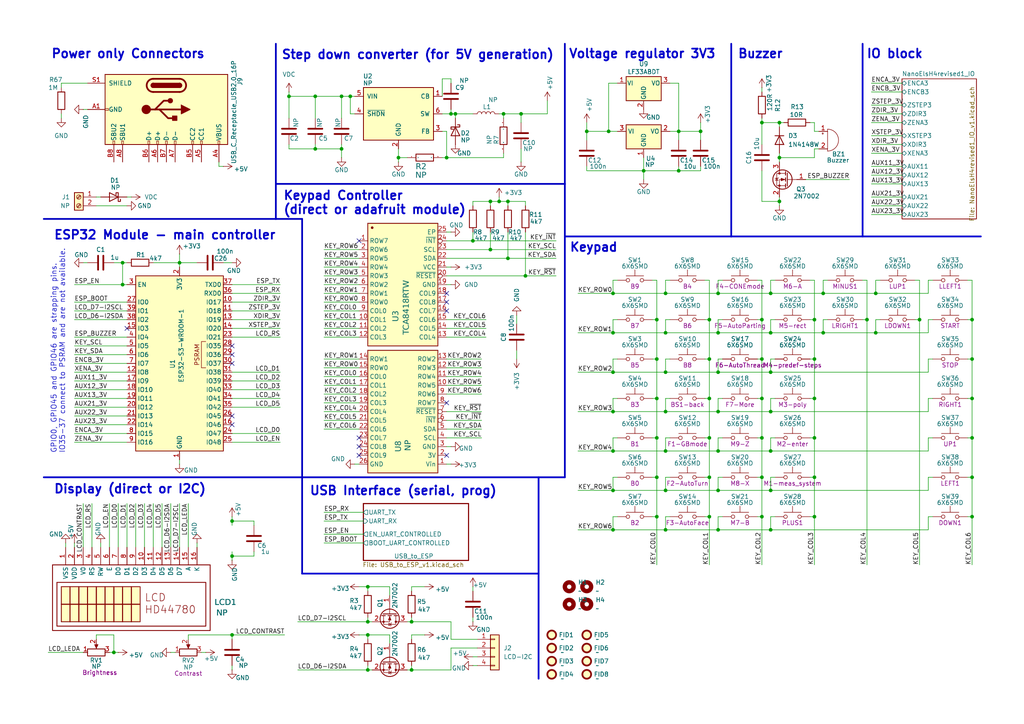
<source format=kicad_sch>
(kicad_sch (version 20231120) (generator "eeschema") (generator_version "8.0")
  (paper "A4")
  (junction (at 132.08 33.02))
  (junction (at 91.44 27.94))
  (junction (at 236.22 92.71))
  (junction (at 208.28 130.81))
  (junction (at 266.7 92.71))
  (junction (at 223.52 107.95))
  (junction (at 236.22 138.43))
  (junction (at 99.06 43.18))
  (junction (at 236.22 127))
  (junction (at 177.8 85.09))
  (junction (at 190.5 115.57))
  (junction (at 196.85 38.1))
  (junction (at 223.52 119.38))
  (junction (at 193.04 153.67))
  (junction (at 281.94 115.57))
  (junction (at 205.74 149.86))
  (junction (at 190.5 104.14))
  (junction (at 208.28 153.67))
  (junction (at 281.94 92.71))
  (junction (at 190.5 149.86))
  (junction (at 147.32 74.93))
  (junction (at 83.82 27.94))
  (junction (at 177.8 119.38))
  (junction (at 190.5 138.43))
  (junction (at 223.52 130.81))
  (junction (at 91.44 43.18))
  (junction (at 203.2 38.1))
  (junction (at 35.56 76.2))
  (junction (at 220.98 92.71))
  (junction (at 67.31 151.13))
  (junction (at 142.24 58.42))
  (junction (at 146.05 33.02))
  (junction (at 236.22 149.86))
  (junction (at 226.06 45.72))
  (junction (at 119.38 194.31))
  (junction (at 115.57 45.72))
  (junction (at 236.22 115.57))
  (junction (at 220.98 127))
  (junction (at 220.98 35.56))
  (junction (at 281.94 104.14))
  (junction (at 220.98 104.14))
  (junction (at 254 96.52))
  (junction (at 205.74 92.71))
  (junction (at 177.8 142.24))
  (junction (at 176.53 38.1))
  (junction (at 223.52 142.24))
  (junction (at 205.74 115.57))
  (junction (at 67.31 184.15))
  (junction (at 152.4 80.01))
  (junction (at 106.68 170.18))
  (junction (at 220.98 115.57))
  (junction (at 208.28 142.24))
  (junction (at 208.28 85.09))
  (junction (at 281.94 149.86))
  (junction (at 226.06 58.42))
  (junction (at 254 85.09))
  (junction (at 67.31 161.29))
  (junction (at 220.98 149.86))
  (junction (at 106.68 184.15))
  (junction (at 236.22 104.14))
  (junction (at 223.52 96.52))
  (junction (at 205.74 138.43))
  (junction (at 193.04 130.81))
  (junction (at 205.74 127))
  (junction (at 226.06 35.56))
  (junction (at 177.8 153.67))
  (junction (at 101.6 27.94))
  (junction (at 106.68 180.34))
  (junction (at 190.5 92.71))
  (junction (at 137.16 69.85))
  (junction (at 190.5 127))
  (junction (at 238.76 96.52))
  (junction (at 223.52 153.67))
  (junction (at 129.54 45.72))
  (junction (at 106.68 194.31))
  (junction (at 281.94 127))
  (junction (at 170.18 38.1))
  (junction (at 208.28 107.95))
  (junction (at 223.52 85.09))
  (junction (at 52.07 76.2))
  (junction (at 193.04 85.09))
  (junction (at 142.24 72.39))
  (junction (at 177.8 96.52))
  (junction (at 144.78 58.42))
  (junction (at 208.28 119.38))
  (junction (at 119.38 180.34))
  (junction (at 208.28 96.52))
  (junction (at 281.94 138.43))
  (junction (at 193.04 119.38))
  (junction (at 99.06 27.94))
  (junction (at 130.81 33.02))
  (junction (at 220.98 138.43))
  (junction (at 193.04 107.95))
  (junction (at 205.74 104.14))
  (junction (at 238.76 85.09))
  (junction (at 35.56 82.55))
  (junction (at 33.02 189.23))
  (junction (at 251.46 92.71))
  (junction (at 193.04 142.24))
  (junction (at 193.04 96.52))
  (junction (at 151.13 33.02))
  (junction (at 177.8 107.95))
  (junction (at 196.85 49.53))
  (junction (at 177.8 130.81))
  (junction (at 147.32 58.42))
  (junction (at 186.69 49.53))
  (no_connect (at 129.54 90.17))
  (no_connect (at 67.31 102.87))
  (no_connect (at 36.83 95.25))
  (no_connect (at 104.14 127))
  (no_connect (at 67.31 120.65))
  (no_connect (at 104.14 129.54))
  (no_connect (at 67.31 123.19))
  (no_connect (at 67.31 105.41))
  (no_connect (at 104.14 132.08))
  (no_connect (at 129.54 116.84))
  (no_connect (at 67.31 100.33))
  (no_connect (at 104.14 69.85))
  (no_connect (at 129.54 87.63))
  (no_connect (at 129.54 85.09))
  (no_connect (at 129.54 132.08))
  (wire (pts (xy 119.38 193.04) (xy 119.38 194.31)))
  (wire (pts (xy 193.04 138.43) (xy 193.04 142.24)))
  (wire (pts (xy 250.19 92.71) (xy 251.46 92.71)))
  (wire (pts (xy 219.71 115.57) (xy 220.98 115.57)))
  (wire (pts (xy 167.64 130.81) (xy 177.8 130.81)))
  (wire (pts (xy 132.08 33.02) (xy 132.08 34.29)))
  (wire (pts (xy 113.03 184.15) (xy 113.03 186.69)))
  (wire (pts (xy 269.24 104.14) (xy 269.24 107.95)))
  (wire (pts (xy 226.06 35.56) (xy 226.06 36.83)))
  (wire (pts (xy 101.6 27.94) (xy 99.06 27.94)))
  (wire (pts (xy 167.64 153.67) (xy 177.8 153.67)))
  (wire (pts (xy 21.59 110.49) (xy 36.83 110.49)))
  (wire (pts (xy 236.22 115.57) (xy 236.22 127)))
  (wire (pts (xy 44.45 76.2) (xy 52.07 76.2)))
  (wire (pts (xy 176.53 38.1) (xy 179.07 38.1)))
  (wire (pts (xy 93.98 90.17) (xy 104.14 90.17)))
  (wire (pts (xy 99.06 43.18) (xy 91.44 43.18)))
  (wire (pts (xy 224.79 149.86) (xy 223.52 149.86)))
  (wire (pts (xy 107.95 180.34) (xy 106.68 180.34)))
  (wire (pts (xy 281.94 127) (xy 281.94 138.43)))
  (wire (pts (xy 186.69 45.72) (xy 186.69 49.53)))
  (wire (pts (xy 137.16 58.42) (xy 142.24 58.42)))
  (wire (pts (xy 129.54 124.46) (xy 139.7 124.46)))
  (polyline (pts (xy 156.21 138.43) (xy 156.21 166.37)) (stroke (width 0.508)))
  (wire (pts (xy 128.27 27.94) (xy 128.27 22.86)))
  (wire (pts (xy 167.64 96.52) (xy 177.8 96.52)))
  (wire (pts (xy 167.64 142.24) (xy 177.8 142.24)))
  (wire (pts (xy 93.98 74.93) (xy 104.14 74.93)))
  (wire (pts (xy 130.81 134.62) (xy 129.54 134.62)))
  (wire (pts (xy 205.74 149.86) (xy 205.74 163.83)))
  (wire (pts (xy 236.22 38.1) (xy 237.49 38.1)))
  (wire (pts (xy 93.98 116.84) (xy 104.14 116.84)))
  (wire (pts (xy 106.68 180.34) (xy 106.68 179.07)))
  (wire (pts (xy 234.95 138.43) (xy 236.22 138.43)))
  (wire (pts (xy 142.24 59.69) (xy 142.24 58.42)))
  (wire (pts (xy 130.81 185.42) (xy 138.43 185.42)))
  (wire (pts (xy 209.55 127) (xy 208.28 127)))
  (wire (pts (xy 234.95 127) (xy 236.22 127)))
  (wire (pts (xy 194.31 104.14) (xy 193.04 104.14)))
  (wire (pts (xy 67.31 90.17) (xy 81.28 90.17)))
  (wire (pts (xy 236.22 149.86) (xy 236.22 163.83)))
  (wire (pts (xy 149.86 104.14) (xy 149.86 101.6)))
  (wire (pts (xy 220.98 127) (xy 220.98 138.43)))
  (wire (pts (xy 194.31 24.13) (xy 196.85 24.13)))
  (wire (pts (xy 280.67 92.71) (xy 281.94 92.71)))
  (wire (pts (xy 67.31 107.95) (xy 81.28 107.95)))
  (wire (pts (xy 67.31 125.73) (xy 81.28 125.73)))
  (wire (pts (xy 86.36 180.34) (xy 106.68 180.34)))
  (wire (pts (xy 102.87 134.62) (xy 104.14 134.62)))
  (wire (pts (xy 193.04 104.14) (xy 193.04 107.95)))
  (wire (pts (xy 35.56 76.2) (xy 36.83 76.2)))
  (wire (pts (xy 46.99 146.05) (xy 46.99 158.75)))
  (wire (pts (xy 252.73 62.23) (xy 261.62 62.23)))
  (wire (pts (xy 223.52 127) (xy 223.52 130.81)))
  (wire (pts (xy 27.94 185.42) (xy 27.94 184.15)))
  (wire (pts (xy 54.61 185.42) (xy 54.61 184.15)))
  (wire (pts (xy 129.54 74.93) (xy 147.32 74.93)))
  (wire (pts (xy 130.81 22.86) (xy 130.81 24.13)))
  (wire (pts (xy 130.81 185.42) (xy 130.81 180.34)))
  (wire (pts (xy 250.19 81.28) (xy 251.46 81.28)))
  (wire (pts (xy 270.51 138.43) (xy 269.24 138.43)))
  (wire (pts (xy 67.31 85.09) (xy 81.28 85.09)))
  (wire (pts (xy 280.67 149.86) (xy 281.94 149.86)))
  (wire (pts (xy 137.16 179.07) (xy 137.16 180.34)))
  (wire (pts (xy 137.16 170.18) (xy 137.16 171.45)))
  (wire (pts (xy 179.07 104.14) (xy 177.8 104.14)))
  (polyline (pts (xy 156.21 138.43) (xy 163.83 138.43)) (stroke (width 0.508)))
  (wire (pts (xy 129.54 97.79) (xy 140.97 97.79)))
  (wire (pts (xy 194.31 138.43) (xy 193.04 138.43)))
  (wire (pts (xy 49.53 146.05) (xy 49.53 158.75)))
  (wire (pts (xy 266.7 92.71) (xy 266.7 163.83)))
  (wire (pts (xy 177.8 138.43) (xy 177.8 142.24)))
  (wire (pts (xy 208.28 153.67) (xy 193.04 153.67)))
  (wire (pts (xy 129.54 119.38) (xy 139.7 119.38)))
  (wire (pts (xy 63.5 46.99) (xy 63.5 48.26)))
  (wire (pts (xy 91.44 27.94) (xy 83.82 27.94)))
  (wire (pts (xy 204.47 149.86) (xy 205.74 149.86)))
  (wire (pts (xy 220.98 49.53) (xy 220.98 58.42)))
  (polyline (pts (xy 250.19 12.7) (xy 250.19 68.58)) (stroke (width 0.508)))
  (wire (pts (xy 234.95 149.86) (xy 236.22 149.86)))
  (wire (pts (xy 130.81 33.02) (xy 130.81 31.75)))
  (wire (pts (xy 29.21 57.15) (xy 27.94 57.15)))
  (wire (pts (xy 123.19 170.18) (xy 119.38 170.18)))
  (wire (pts (xy 34.29 146.05) (xy 34.29 158.75)))
  (wire (pts (xy 205.74 115.57) (xy 205.74 127)))
  (wire (pts (xy 208.28 104.14) (xy 208.28 107.95)))
  (wire (pts (xy 252.73 33.02) (xy 261.62 33.02)))
  (wire (pts (xy 147.32 58.42) (xy 147.32 59.69)))
  (wire (pts (xy 67.31 92.71) (xy 81.28 92.71)))
  (wire (pts (xy 252.73 48.26) (xy 261.62 48.26)))
  (wire (pts (xy 91.44 41.91) (xy 91.44 43.18)))
  (wire (pts (xy 129.54 106.68) (xy 139.7 106.68)))
  (wire (pts (xy 270.51 92.71) (xy 269.24 92.71)))
  (wire (pts (xy 129.54 121.92) (xy 139.7 121.92)))
  (wire (pts (xy 223.52 96.52) (xy 238.76 96.52)))
  (wire (pts (xy 63.5 48.26) (xy 64.77 48.26)))
  (wire (pts (xy 254 92.71) (xy 254 96.52)))
  (wire (pts (xy 205.74 81.28) (xy 205.74 92.71)))
  (wire (pts (xy 67.31 82.55) (xy 81.28 82.55)))
  (wire (pts (xy 208.28 115.57) (xy 208.28 119.38)))
  (polyline (pts (xy 80.01 12.7) (xy 80.01 63.5)) (stroke (width 0.508)))
  (wire (pts (xy 106.68 170.18) (xy 104.14 170.18)))
  (wire (pts (xy 252.73 41.91) (xy 261.62 41.91)))
  (wire (pts (xy 252.73 35.56) (xy 261.62 35.56)))
  (wire (pts (xy 224.79 81.28) (xy 223.52 81.28)))
  (wire (pts (xy 21.59 120.65) (xy 36.83 120.65)))
  (wire (pts (xy 21.59 102.87) (xy 36.83 102.87)))
  (wire (pts (xy 220.98 149.86) (xy 220.98 163.83)))
  (wire (pts (xy 132.08 33.02) (xy 137.16 33.02)))
  (wire (pts (xy 26.67 146.05) (xy 26.67 158.75)))
  (wire (pts (xy 27.94 59.69) (xy 36.83 59.69)))
  (wire (pts (xy 36.83 57.15) (xy 38.1 57.15)))
  (wire (pts (xy 270.51 127) (xy 269.24 127)))
  (wire (pts (xy 33.02 184.15) (xy 33.02 189.23)))
  (wire (pts (xy 219.71 127) (xy 220.98 127)))
  (wire (pts (xy 67.31 160.02) (xy 67.31 161.29)))
  (wire (pts (xy 147.32 67.31) (xy 147.32 74.93)))
  (wire (pts (xy 129.54 45.72) (xy 146.05 45.72)))
  (wire (pts (xy 130.81 33.02) (xy 132.08 33.02)))
  (wire (pts (xy 36.83 82.55) (xy 35.56 82.55)))
  (wire (pts (xy 209.55 138.43) (xy 208.28 138.43)))
  (wire (pts (xy 151.13 33.02) (xy 158.75 33.02)))
  (wire (pts (xy 130.81 180.34) (xy 119.38 180.34)))
  (wire (pts (xy 233.68 52.07) (xy 246.38 52.07)))
  (wire (pts (xy 208.28 107.95) (xy 223.52 107.95)))
  (wire (pts (xy 220.98 35.56) (xy 220.98 41.91)))
  (wire (pts (xy 93.98 97.79) (xy 104.14 97.79)))
  (wire (pts (xy 255.27 92.71) (xy 254 92.71)))
  (wire (pts (xy 236.22 81.28) (xy 234.95 81.28)))
  (wire (pts (xy 146.05 33.02) (xy 146.05 34.29)))
  (wire (pts (xy 208.28 153.67) (xy 223.52 153.67)))
  (wire (pts (xy 219.71 92.71) (xy 220.98 92.71)))
  (wire (pts (xy 196.85 49.53) (xy 203.2 49.53)))
  (wire (pts (xy 269.24 138.43) (xy 269.24 142.24)))
  (wire (pts (xy 129.54 104.14) (xy 139.7 104.14)))
  (wire (pts (xy 208.28 142.24) (xy 223.52 142.24)))
  (wire (pts (xy 270.51 149.86) (xy 269.24 149.86)))
  (wire (pts (xy 151.13 33.02) (xy 151.13 35.56)))
  (wire (pts (xy 226.06 44.45) (xy 226.06 45.72)))
  (wire (pts (xy 179.07 24.13) (xy 176.53 24.13)))
  (wire (pts (xy 193.04 142.24) (xy 208.28 142.24)))
  (wire (pts (xy 220.98 34.29) (xy 220.98 35.56)))
  (wire (pts (xy 208.28 130.81) (xy 223.52 130.81)))
  (wire (pts (xy 52.07 133.35) (xy 52.07 134.62)))
  (wire (pts (xy 196.85 24.13) (xy 196.85 38.1)))
  (wire (pts (xy 21.59 128.27) (xy 36.83 128.27)))
  (wire (pts (xy 236.22 35.56) (xy 236.22 38.1)))
  (wire (pts (xy 41.91 146.05) (xy 41.91 158.75)))
  (wire (pts (xy 254 85.09) (xy 238.76 85.09)))
  (wire (pts (xy 142.24 67.31) (xy 142.24 72.39)))
  (wire (pts (xy 170.18 38.1) (xy 176.53 38.1)))
  (wire (pts (xy 236.22 45.72) (xy 236.22 43.18)))
  (polyline (pts (xy 163.83 12.7) (xy 163.83 53.34)) (stroke (width 0.508)))
  (wire (pts (xy 67.31 151.13) (xy 67.31 152.4)))
  (wire (pts (xy 205.74 138.43) (xy 205.74 149.86)))
  (wire (pts (xy 208.28 92.71) (xy 208.28 96.52)))
  (wire (pts (xy 170.18 35.56) (xy 170.18 38.1)))
  (wire (pts (xy 129.54 127) (xy 139.7 127)))
  (wire (pts (xy 240.03 81.28) (xy 238.76 81.28)))
  (wire (pts (xy 270.51 104.14) (xy 269.24 104.14)))
  (wire (pts (xy 137.16 190.5) (xy 138.43 190.5)))
  (wire (pts (xy 21.59 125.73) (xy 36.83 125.73)))
  (wire (pts (xy 240.03 92.71) (xy 238.76 92.71)))
  (wire (pts (xy 189.23 138.43) (xy 190.5 138.43)))
  (wire (pts (xy 25.4 31.75) (xy 24.13 31.75)))
  (wire (pts (xy 21.59 82.55) (xy 35.56 82.55)))
  (wire (pts (xy 119.38 194.31) (xy 130.81 194.31)))
  (wire (pts (xy 54.61 184.15) (xy 67.31 184.15)))
  (polyline (pts (xy 87.63 166.37) (xy 156.21 166.37)) (stroke (width 0.508)))
  (wire (pts (xy 205.74 104.14) (xy 205.74 115.57)))
  (wire (pts (xy 255.27 81.28) (xy 254 81.28)))
  (polyline (pts (xy 212.09 68.58) (xy 284.48 68.58)) (stroke (width 0.508)))
  (wire (pts (xy 137.16 69.85) (xy 137.16 67.31)))
  (wire (pts (xy 280.67 81.28) (xy 281.94 81.28)))
  (wire (pts (xy 27.94 184.15) (xy 33.02 184.15)))
  (wire (pts (xy 226.06 45.72) (xy 226.06 46.99)))
  (wire (pts (xy 93.98 121.92) (xy 104.14 121.92)))
  (wire (pts (xy 144.78 33.02) (xy 146.05 33.02)))
  (wire (pts (xy 205.74 127) (xy 205.74 138.43)))
  (wire (pts (xy 266.7 81.28) (xy 266.7 92.71)))
  (wire (pts (xy 13.97 189.23) (xy 24.13 189.23)))
  (wire (pts (xy 223.52 138.43) (xy 223.52 142.24)))
  (wire (pts (xy 223.52 104.14) (xy 223.52 107.95)))
  (wire (pts (xy 119.38 171.45) (xy 119.38 170.18)))
  (wire (pts (xy 21.59 113.03) (xy 36.83 113.03)))
  (wire (pts (xy 24.13 76.2) (xy 25.4 76.2)))
  (wire (pts (xy 93.98 124.46) (xy 104.14 124.46)))
  (wire (pts (xy 73.66 152.4) (xy 73.66 151.13)))
  (wire (pts (xy 52.07 146.05) (xy 52.07 158.75)))
  (wire (pts (xy 128.27 33.02) (xy 130.81 33.02)))
  (wire (pts (xy 99.06 41.91) (xy 99.06 43.18)))
  (polyline (pts (xy 87.63 138.43) (xy 12.7 138.43)) (stroke (width 0.508)))
  (wire (pts (xy 33.02 189.23) (xy 34.29 189.23)))
  (wire (pts (xy 179.07 115.57) (xy 177.8 115.57)))
  (wire (pts (xy 194.31 149.86) (xy 193.04 149.86)))
  (wire (pts (xy 152.4 80.01) (xy 152.4 67.31)))
  (wire (pts (xy 39.37 146.05) (xy 39.37 158.75)))
  (wire (pts (xy 193.04 92.71) (xy 193.04 96.52)))
  (wire (pts (xy 29.21 157.48) (xy 29.21 158.75)))
  (wire (pts (xy 193.04 119.38) (xy 177.8 119.38)))
  (wire (pts (xy 21.59 87.63) (xy 36.83 87.63)))
  (polyline (pts (xy 87.63 138.43) (xy 156.21 138.43)) (stroke (width 0.508)))
  (wire (pts (xy 219.71 104.14) (xy 220.98 104.14)))
  (wire (pts (xy 106.68 194.31) (xy 106.68 193.04)))
  (wire (pts (xy 190.5 81.28) (xy 189.23 81.28)))
  (wire (pts (xy 52.07 76.2) (xy 57.15 76.2)))
  (wire (pts (xy 93.98 80.01) (xy 104.14 80.01)))
  (wire (pts (xy 93.98 77.47) (xy 104.14 77.47)))
  (wire (pts (xy 119.38 185.42) (xy 119.38 184.15)))
  (wire (pts (xy 224.79 115.57) (xy 223.52 115.57)))
  (wire (pts (xy 67.31 110.49) (xy 81.28 110.49)))
  (wire (pts (xy 91.44 43.18) (xy 83.82 43.18)))
  (wire (pts (xy 130.81 129.54) (xy 129.54 129.54)))
  (wire (pts (xy 44.45 146.05) (xy 44.45 158.75)))
  (wire (pts (xy 146.05 45.72) (xy 146.05 44.45)))
  (wire (pts (xy 107.95 194.31) (xy 106.68 194.31)))
  (wire (pts (xy 179.07 138.43) (xy 177.8 138.43)))
  (wire (pts (xy 129.54 109.22) (xy 139.7 109.22)))
  (polyline (pts (xy 163.83 138.43) (xy 163.83 53.34)) (stroke (width 0.508)))
  (wire (pts (xy 67.31 113.03) (xy 81.28 113.03)))
  (wire (pts (xy 223.52 142.24) (xy 269.24 142.24)))
  (wire (pts (xy 81.28 128.27) (xy 67.31 128.27)))
  (wire (pts (xy 176.53 24.13) (xy 176.53 38.1)))
  (wire (pts (xy 226.06 35.56) (xy 220.98 35.56)))
  (wire (pts (xy 147.32 74.93) (xy 161.29 74.93)))
  (wire (pts (xy 58.42 189.23) (xy 59.69 189.23)))
  (wire (pts (xy 234.95 115.57) (xy 236.22 115.57)))
  (wire (pts (xy 223.52 81.28) (xy 223.52 85.09)))
  (wire (pts (xy 21.59 97.79) (xy 36.83 97.79)))
  (wire (pts (xy 209.55 81.28) (xy 208.28 81.28)))
  (wire (pts (xy 93.98 106.68) (xy 104.14 106.68)))
  (wire (pts (xy 142.24 72.39) (xy 161.29 72.39)))
  (wire (pts (xy 93.98 151.13) (xy 105.41 151.13)))
  (wire (pts (xy 189.23 115.57) (xy 190.5 115.57)))
  (wire (pts (xy 194.31 92.71) (xy 193.04 92.71)))
  (wire (pts (xy 64.77 76.2) (xy 67.31 76.2)))
  (wire (pts (xy 204.47 127) (xy 205.74 127)))
  (wire (pts (xy 17.78 33.02) (xy 17.78 34.29)))
  (wire (pts (xy 220.98 25.4) (xy 220.98 26.67)))
  (wire (pts (xy 189.23 149.86) (xy 190.5 149.86)))
  (wire (pts (xy 93.98 119.38) (xy 104.14 119.38)))
  (wire (pts (xy 226.06 35.56) (xy 227.33 35.56)))
  (wire (pts (xy 152.4 80.01) (xy 161.29 80.01)))
  (wire (pts (xy 113.03 170.18) (xy 113.03 172.72)))
  (wire (pts (xy 129.54 95.25) (xy 140.97 95.25)))
  (wire (pts (xy 36.83 146.05) (xy 36.83 158.75)))
  (wire (pts (xy 119.38 194.31) (xy 118.11 194.31)))
  (wire (pts (xy 21.59 115.57) (xy 36.83 115.57)))
  (wire (pts (xy 177.8 130.81) (xy 193.04 130.81)))
  (wire (pts (xy 93.98 157.48) (xy 105.41 157.48)))
  (wire (pts (xy 189.23 104.14) (xy 190.5 104.14)))
  (wire (pts (xy 193.04 115.57) (xy 193.04 119.38)))
  (wire (pts (xy 19.05 157.48) (xy 19.05 158.75)))
  (wire (pts (xy 204.47 115.57) (xy 205.74 115.57)))
  (wire (pts (xy 280.67 138.43) (xy 281.94 138.43)))
  (wire (pts (xy 177.8 92.71) (xy 177.8 96.52)))
  (wire (pts (xy 170.18 49.53) (xy 186.69 49.53)))
  (wire (pts (xy 269.24 149.86) (xy 269.24 153.67)))
  (wire (pts (xy 208.28 119.38) (xy 223.52 119.38)))
  (wire (pts (xy 137.16 69.85) (xy 161.29 69.85)))
  (polyline (pts (xy 80.01 63.5) (xy 87.63 63.5)) (stroke (width 0.508)))
  (wire (pts (xy 102.87 27.94) (xy 101.6 27.94)))
  (wire (pts (xy 205.74 81.28) (xy 204.47 81.28)))
  (wire (pts (xy 281.94 104.14) (xy 281.94 115.57)))
  (wire (pts (xy 203.2 35.56) (xy 203.2 38.1)))
  (wire (pts (xy 129.54 72.39) (xy 142.24 72.39)))
  (wire (pts (xy 252.73 57.15) (xy 261.62 57.15)))
  (wire (pts (xy 106.68 184.15) (xy 106.68 185.42)))
  (wire (pts (xy 129.54 77.47) (xy 130.81 77.47)))
  (wire (pts (xy 177.8 81.28) (xy 179.07 81.28)))
  (wire (pts (xy 265.43 81.28) (xy 266.7 81.28)))
  (wire (pts (xy 115.57 45.72) (xy 118.11 45.72)))
  (wire (pts (xy 93.98 111.76) (xy 104.14 111.76)))
  (wire (pts (xy 270.51 81.28) (xy 269.24 81.28)))
  (wire (pts (xy 129.54 114.3) (xy 139.7 114.3)))
  (wire (pts (xy 21.59 118.11) (xy 36.83 118.11)))
  (wire (pts (xy 93.98 114.3) (xy 104.14 114.3)))
  (wire (pts (xy 269.24 115.57) (xy 269.24 119.38)))
  (wire (pts (xy 49.53 189.23) (xy 50.8 189.23)))
  (wire (pts (xy 17.78 24.13) (xy 25.4 24.13)))
  (wire (pts (xy 190.5 138.43) (xy 190.5 149.86)))
  (wire (pts (xy 21.59 157.48) (xy 21.59 158.75)))
  (wire (pts (xy 83.82 26.67) (xy 83.82 27.94)))
  (wire (pts (xy 93.98 109.22) (xy 104.14 109.22)))
  (wire (pts (xy 119.38 179.07) (xy 119.38 180.34)))
  (wire (pts (xy 269.24 92.71) (xy 269.24 96.52)))
  (wire (pts (xy 208.28 85.09) (xy 223.52 85.09)))
  (wire (pts (xy 189.23 127) (xy 190.5 127)))
  (wire (pts (xy 52.07 73.66) (xy 52.07 76.2)))
  (wire (pts (xy 24.13 146.05) (xy 24.13 158.75)))
  (wire (pts (xy 179.07 92.71) (xy 177.8 92.71)))
  (wire (pts (xy 93.98 72.39) (xy 104.14 72.39)))
  (wire (pts (xy 203.2 49.53) (xy 203.2 48.26)))
  (wire (pts (xy 208.28 81.28) (xy 208.28 85.09)))
  (wire (pts (xy 269.24 81.28) (xy 269.24 85.09)))
  (wire (pts (xy 57.15 157.48) (xy 57.15 158.75)))
  (wire (pts (xy 177.8 127) (xy 177.8 130.81)))
  (wire (pts (xy 190.5 104.14) (xy 190.5 115.57)))
  (wire (pts (xy 167.64 107.95) (xy 177.8 107.95)))
  (polyline (pts (xy 163.83 53.34) (xy 80.01 53.34)) (stroke (width 0.508)))
  (wire (pts (xy 281.94 149.86) (xy 281.94 163.83)))
  (wire (pts (xy 223.52 153.67) (xy 269.24 153.67)))
  (wire (pts (xy 280.67 127) (xy 281.94 127)))
  (wire (pts (xy 223.52 115.57) (xy 223.52 119.38)))
  (wire (pts (xy 67.31 118.11) (xy 81.28 118.11)))
  (wire (pts (xy 226.06 45.72) (xy 236.22 45.72)))
  (wire (pts (xy 177.8 85.09) (xy 193.04 85.09)))
  (wire (pts (xy 203.2 40.64) (xy 203.2 38.1)))
  (wire (pts (xy 142.24 58.42) (xy 144.78 58.42)))
  (wire (pts (xy 113.03 170.18) (xy 106.68 170.18)))
  (wire (pts (xy 106.68 184.15) (xy 104.14 184.15)))
  (wire (pts (xy 193.04 96.52) (xy 208.28 96.52)))
  (wire (pts (xy 203.2 38.1) (xy 196.85 38.1)))
  (wire (pts (xy 193.04 127) (xy 193.04 130.81)))
  (wire (pts (xy 186.69 49.53) (xy 186.69 52.07)))
  (wire (pts (xy 205.74 92.71) (xy 205.74 104.14)))
  (wire (pts (xy 137.16 193.04) (xy 138.43 193.04)))
  (wire (pts (xy 33.02 189.23) (xy 31.75 189.23)))
  (wire (pts (xy 224.79 127) (xy 223.52 127)))
  (wire (pts (xy 226.06 57.15) (xy 226.06 58.42)))
  (wire (pts (xy 179.07 127) (xy 177.8 127)))
  (wire (pts (xy 177.8 115.57) (xy 177.8 119.38)))
  (wire (pts (xy 99.06 27.94) (xy 91.44 27.94)))
  (wire (pts (xy 254 85.09) (xy 269.24 85.09)))
  (wire (pts (xy 190.5 115.57) (xy 190.5 127)))
  (wire (pts (xy 93.98 87.63) (xy 104.14 87.63)))
  (wire (pts (xy 67.31 97.79) (xy 81.28 97.79)))
  (wire (pts (xy 208.28 149.86) (xy 208.28 153.67)))
  (wire (pts (xy 21.59 123.19) (xy 36.83 123.19)))
  (wire (pts (xy 119.38 180.34) (xy 118.11 180.34)))
  (wire (pts (xy 254 96.52) (xy 269.24 96.52)))
  (wire (pts (xy 193.04 149.86) (xy 193.04 153.67)))
  (wire (pts (xy 193.04 130.81) (xy 208.28 130.81)))
  (wire (pts (xy 193.04 81.28) (xy 194.31 81.28)))
  (wire (pts (xy 269.24 127) (xy 269.24 130.81)))
  (wire (pts (xy 86.36 194.31) (xy 106.68 194.31)))
  (wire (pts (xy 67.31 161.29) (xy 73.66 161.29)))
  (polyline (pts (xy 87.63 63.5) (xy 87.63 166.37)) (stroke (width 0.508)))
  (wire (pts (xy 170.18 48.26) (xy 170.18 49.53)))
  (wire (pts (xy 234.95 92.71) (xy 236.22 92.71)))
  (wire (pts (xy 101.6 27.94) (xy 101.6 33.02)))
  (wire (pts (xy 252.73 30.48) (xy 261.62 30.48)))
  (wire (pts (xy 194.31 115.57) (xy 193.04 115.57)))
  (wire (pts (xy 21.59 105.41) (xy 36.83 105.41)))
  (wire (pts (xy 67.31 87.63) (xy 81.28 87.63)))
  (wire (pts (xy 194.31 127) (xy 193.04 127)))
  (wire (pts (xy 35.56 82.55) (xy 35.56 76.2)))
  (wire (pts (xy 186.69 49.53) (xy 196.85 49.53)))
  (wire (pts (xy 129.54 111.76) (xy 139.7 111.76)))
  (wire (pts (xy 281.94 92.71) (xy 281.94 104.14)))
  (wire (pts (xy 177.8 142.24) (xy 193.04 142.24)))
  (wire (pts (xy 21.59 92.71) (xy 36.83 92.71)))
  (wire (pts (xy 204.47 138.43) (xy 205.74 138.43)))
  (wire (pts (xy 146.05 33.02) (xy 151.13 33.02)))
  (wire (pts (xy 281.94 115.57) (xy 281.94 127)))
  (wire (pts (xy 137.16 59.69) (xy 137.16 58.42)))
  (wire (pts (xy 93.98 95.25) (xy 104.14 95.25)))
  (wire (pts (xy 115.57 45.72) (xy 115.57 46.99)))
  (wire (pts (xy 238.76 81.28) (xy 238.76 85.09)))
  (wire (pts (xy 252.73 59.69) (xy 261.62 59.69)))
  (wire (pts (xy 177.8 85.09) (xy 177.8 81.28)))
  (wire (pts (xy 129.54 92.71) (xy 140.97 92.71)))
  (wire (pts (xy 128.27 22.86) (xy 130.81 22.86)))
  (wire (pts (xy 102.87 33.02) (xy 101.6 33.02)))
  (wire (pts (xy 190.5 149.86) (xy 190.5 163.83)))
  (wire (pts (xy 83.82 27.94) (xy 83.82 34.29)))
  (wire (pts (xy 194.31 38.1) (xy 196.85 38.1)))
  (wire (pts (xy 113.03 184.15) (xy 106.68 184.15)))
  (wire (pts (xy 223.52 119.38) (xy 269.24 119.38)))
  (wire (pts (xy 220.98 81.28) (xy 220.98 92.71)))
  (wire (pts (xy 189.23 92.71) (xy 190.5 92.71)))
  (wire (pts (xy 236.22 92.71) (xy 236.22 104.14)))
  (wire (pts (xy 251.46 81.28) (xy 251.46 92.71)))
  (wire (pts (xy 280.67 115.57) (xy 281.94 115.57)))
  (wire (pts (xy 208.28 85.09) (xy 193.04 85.09)))
  (wire (pts (xy 252.73 44.45) (xy 261.62 44.45)))
  (wire (pts (xy 236.22 127) (xy 236.22 138.43)))
  (wire (pts (xy 158.75 29.21) (xy 158.75 33.02)))
  (polyline (pts (xy 212.09 12.7) (xy 212.09 68.58)) (stroke (width 0.508)))
  (wire (pts (xy 190.5 92.71) (xy 190.5 104.14)))
  (wire (pts (xy 196.85 48.26) (xy 196.85 49.53)))
  (wire (pts (xy 54.61 146.05) (xy 54.61 158.75)))
  (wire (pts (xy 152.4 58.42) (xy 152.4 59.69)))
  (wire (pts (xy 236.22 138.43) (xy 236.22 149.86)))
  (wire (pts (xy 252.73 24.13) (xy 261.62 24.13)))
  (wire (pts (xy 129.54 82.55) (xy 130.81 82.55)))
  (wire (pts (xy 130.81 187.96) (xy 138.43 187.96)))
  (wire (pts (xy 99.06 43.18) (xy 99.06 45.72)))
  (wire (pts (xy 224.79 92.71) (xy 223.52 92.71)))
  (wire (pts (xy 17.78 24.13) (xy 17.78 25.4)))
  (wire (pts (xy 219.71 149.86) (xy 220.98 149.86)))
  (wire (pts (xy 67.31 115.57) (xy 81.28 115.57)))
  (wire (pts (xy 31.75 146.05) (xy 31.75 158.75)))
  (wire (pts (xy 223.52 92.71) (xy 223.52 96.52)))
  (wire (pts (xy 170.18 38.1) (xy 170.18 40.64)))
  (wire (pts (xy 115.57 43.18) (xy 115.57 45.72)))
  (wire (pts (xy 270.51 115.57) (xy 269.24 115.57)))
  (wire (pts (xy 204.47 92.71) (xy 205.74 92.71)))
  (wire (pts (xy 234.95 104.14) (xy 236.22 104.14)))
  (wire (pts (xy 236.22 81.28) (xy 236.22 92.71)))
  (wire (pts (xy 129.54 69.85) (xy 137.16 69.85)))
  (wire (pts (xy 209.55 149.86) (xy 208.28 149.86)))
  (wire (pts (xy 177.8 153.67) (xy 193.04 153.67)))
  (wire (pts (xy 251.46 92.71) (xy 251.46 163.83)))
  (wire (pts (xy 93.98 85.09) (xy 104.14 85.09)))
  (wire (pts (xy 209.55 115.57) (xy 208.28 115.57)))
  (wire (pts (xy 177.8 149.86) (xy 177.8 153.67)))
  (wire (pts (xy 219.71 81.28) (xy 220.98 81.28)))
  (wire (pts (xy 208.28 96.52) (xy 223.52 96.52)))
  (wire (pts (xy 219.71 138.43) (xy 220.98 138.43)))
  (wire (pts (xy 224.79 104.14) (xy 223.52 104.14)))
  (wire (pts (xy 93.98 92.71) (xy 104.14 92.71)))
  (wire (pts (xy 252.73 53.34) (xy 261.62 53.34)))
  (wire (pts (xy 33.02 76.2) (xy 35.56 76.2)))
  (wire (pts (xy 190.5 81.28) (xy 190.5 92.71)))
  (wire (pts (xy 149.86 91.44) (xy 149.86 93.98)))
  (wire (pts (xy 106.68 170.18) (xy 106.68 171.45)))
  (wire (pts (xy 208.28 138.43) (xy 208.28 142.24)))
  (polyline (pts (xy 156.21 166.37) (xy 156.21 196.85)) (stroke (width 0.508)))
  (wire (pts (xy 236.22 104.14) (xy 236.22 115.57)))
  (wire (pts (xy 252.73 39.37) (xy 261.62 39.37)))
  (wire (pts (xy 52.07 76.2) (xy 52.07 77.47)))
  (wire (pts (xy 220.98 58.42) (xy 226.06 58.42)))
  (wire (pts (xy 208.28 127) (xy 208.28 130.81)))
  (wire (pts (xy 151.13 46.99) (xy 151.13 43.18)))
  (wire (pts (xy 254 81.28) (xy 254 85.09)))
  (wire (pts (xy 220.98 104.14) (xy 220.98 115.57)))
  (wire (pts (xy 280.67 104.14) (xy 281.94 104.14)))
  (wire (pts (xy 93.98 154.94) (xy 105.41 154.94)))
  (wire (pts (xy 91.44 27.94) (xy 91.44 34.29)))
  (wire (pts (xy 238.76 85.09) (xy 223.52 85.09)))
  (wire (pts (xy 128.27 38.1) (xy 129.54 38.1)))
  (wire (pts (xy 223.52 149.86) (xy 223.52 153.67)))
  (wire (pts (xy 193.04 96.52) (xy 177.8 96.52)))
  (wire (pts (xy 220.98 138.43) (xy 220.98 149.86)))
  (wire (pts (xy 21.59 100.33) (xy 36.83 100.33)))
  (wire (pts (xy 193.04 85.09) (xy 193.04 81.28)))
  (wire (pts (xy 21.59 90.17) (xy 36.83 90.17)))
  (wire (pts (xy 99.06 27.94) (xy 99.06 34.29)))
  (wire (pts (xy 223.52 107.95) (xy 269.24 107.95)))
  (wire (pts (xy 67.31 149.86) (xy 67.31 151.13)))
  (wire (pts (xy 67.31 161.29) (xy 67.31 162.56)))
  (wire (pts (xy 252.73 50.8) (xy 261.62 50.8)))
  (wire (pts (xy 93.98 82.55) (xy 104.14 82.55)))
  (wire (pts (xy 252.73 26.67) (xy 261.62 26.67)))
  (wire (pts (xy 129.54 38.1) (xy 129.54 45.72)))
  (wire (pts (xy 236.22 43.18) (xy 237.49 43.18)))
  (wire (pts (xy 234.95 35.56) (xy 236.22 35.56)))
  (wire (pts (xy 167.64 85.09) (xy 177.8 85.09)))
  (wire (pts (xy 177.8 104.14) (xy 177.8 107.95)))
  (wire (pts (xy 144.78 57.15) (xy 144.78 58.42)))
  (wire (pts (xy 226.06 59.69) (xy 226.06 58.42)))
  (wire (pts (xy 220.98 92.71) (xy 220.98 104.14)))
  (wire (pts (xy 144.78 58.42) (xy 147.32 58.42)))
  (wire (pts (xy 209.55 104.14) (xy 208.28 104.14)))
  (wire (pts (xy 129.54 67.31) (xy 130.81 67.31)))
  (wire (pts (xy 265.43 92.71) (xy 266.7 92.71)))
  (wire (pts (xy 177.8 107.95) (xy 193.04 107.95)))
  (wire (pts (xy 123.19 184.15) (xy 119.38 184.15)))
  (wire (pts (xy 190.5 127) (xy 190.5 138.43)))
  (wire (pts (xy 130.81 194.31) (xy 130.81 187.96)))
  (wire (pts (xy 193.04 119.38) (xy 208.28 119.38)))
  (wire (pts (xy 73.66 160.02) (xy 73.66 161.29)))
  (polyline (pts (xy 12.7 63.5) (xy 80.01 63.5)) (stroke (width 0.508)))
  (wire (pts (xy 224.79 138.43) (xy 223.52 138.43)))
  (wire (pts (xy 67.31 184.15) (xy 67.31 185.42)))
  (wire (pts (xy 238.76 96.52) (xy 254 96.52)))
  (wire (pts (xy 93.98 148.59) (xy 105.41 148.59)))
  (wire (pts (xy 93.98 104.14) (xy 104.14 104.14)))
  (wire (pts (xy 196.85 38.1) (xy 196.85 40.64)))
  (wire (pts (xy 21.59 107.95) (xy 36.83 107.95)))
  (wire (pts (xy 281.94 138.43) (xy 281.94 149.86)))
  (wire (pts (xy 281.94 81.28) (xy 281.94 92.71)))
  (wire (pts (xy 67.31 193.04) (xy 67.31 194.31)))
  (wire (pts (xy 67.31 95.25) (xy 81.28 95.25)))
  (wire (pts (xy 223.52 130.81) (xy 269.24 130.81)))
  (wire (pts (xy 167.64 119.38) (xy 177.8 119.38)))
  (wire (pts (xy 67.31 184.15) (xy 82.55 184.15)))
  (wire (pts (xy 204.47 104.14) (xy 205.74 104.14)))
  (wire (pts (xy 67.31 151.13) (xy 73.66 151.13)))
  (wire (pts (xy 83.82 43.18) (xy 83.82 41.91)))
  (wire (pts (xy 220.98 115.57) (xy 220.98 127)))
  (wire (pts (xy 209.55 92.71) (xy 208.28 92.71)))
  (wire (pts (xy 238.76 92.71) (xy 238.76 96.52)))
  (wire (pts (xy 129.54 80.01) (xy 152.4 80.01)))
  (polyline (pts (xy 163.83 68.58) (xy 212.09 68.58)) (stroke (width 0.508)))
  (wire (pts (xy 147.32 58.42) (xy 152.4 58.42)))
  (wire (pts (xy 193.04 107.95) (xy 208.28 107.95)))
  (wire (pts (xy 179.07 149.86) (xy 177.8 149.86)))
  (wire (pts (xy 128.27 45.72) (xy 129.54 45.72)))
  (text "USB Interface (serial, prog)" (at 89.662 142.494 0) (effects (font (size 2.54 2.54) (thickness 0.508) (bold yes)) (justify left)))
  (text "Step down converter (for 5V generation)" (at 81.534 16.002 0) (effects (font (size 2.54 2.54) (thickness 0.508) (bold yes)) (justify left)))
  (text "Keypad Controller\n(direct or adafruit module)" (at 82.042 58.928 0) (effects (font (size 2.54 2.54) (thickness 0.508) (bold yes)) (justify left)))
  (text "GPIO0, GPIO45 and GPIO46 are strapping pins.\nIO35-37 connect to PSRAM and are not available." (at 14.732 131.572 90) (effects (font (size 1.524 1.524)) (justify left top)))
  (text "Keypad" (at 165.1 71.882 0) (effects (font (size 2.54 2.54) (thickness 0.508) (bold yes)) (justify left)))
  (text "ESP32 Module - main controller" (at 15.494 68.326 0) (effects (font (size 2.54 2.54) (thickness 0.508) (bold yes)) (justify left)))
  (text "Power only Connectors" (at 14.732 15.748 0) (effects (font (size 2.54 2.54) (thickness 0.508) (bold yes)) (justify left)))
  (text "Buzzer" (at 213.868 15.748 0) (effects (font (size 2.54 2.54) (thickness 0.508) (bold yes)) (justify left)))
  (text "Display (direct or I2C)" (at 15.494 141.986 0) (effects (font (size 2.54 2.54) (thickness 0.508) (bold yes)) (justify left)))
  (text "Voltage regulator 3V3" (at 164.846 15.748 0) (effects (font (size 2.54 2.54) (thickness 0.508) (bold yes)) (justify left)))
  (text "IO block" (at 251.206 15.748 0) (effects (font (size 2.54 2.54) (thickness 0.508) (bold yes)) (justify left)))
  (label "LCD_RS" (at 81.28 97.79 180))
  (label "KEY_ROW4" (at 167.64 130.81 0))
  (label "KEY_SCL" (at 21.59 100.33 0))
  (label "ESP_TX" (at 81.28 82.55 180))
  (label "LCD_D6-I2SDA" (at 21.59 92.71 0))
  (label "AUX11_3V" (at 21.59 110.49 0))
  (label "KEY_COL4" (at 251.46 163.83 90))
  (label "ESP_EN" (at 93.98 154.94 0))
  (label "ZENA_3V" (at 252.73 35.56 0))
  (label "KEY_ROW5" (at 167.64 142.24 0))
  (label "ZSTEP_3V" (at 252.73 30.48 0))
  (label "LCD_RS" (at 26.67 146.05 270))
  (label "LCD_LEDA" (at 54.61 146.05 270))
  (label "ZDIR_3V" (at 252.73 33.02 0))
  (label "KEY_ROW3" (at 139.7 106.68 180))
  (label "AUX13_3V" (at 21.59 115.57 0))
  (label "LCD_D7-I2SCL" (at 86.36 180.34 0))
  (label "XSTEP_3V" (at 252.73 39.37 0))
  (label "LCD_D4" (at 44.45 146.05 270))
  (label "LCD_D7-I2SCL" (at 52.07 146.05 270))
  (label "AUX23_3V" (at 21.59 123.19 0))
  (label "KEY_SCL" (at 139.7 127 180))
  (label "KEY_COL5" (at 140.97 95.25 180))
  (label "LCD_D1" (at 81.28 107.95 180))
  (label "KEY_SDA" (at 21.59 102.87 0))
  (label "KEY_COL3" (at 93.98 116.84 0))
  (label "KEY_COL3" (at 236.22 163.83 90))
  (label "AUX22_3V" (at 21.59 120.65 0))
  (label "LCD_LEDA" (at 13.97 189.23 0))
  (label "KEY_SDA" (at 161.29 74.93 180))
  (label "AUX13_3V" (at 252.73 53.34 0))
  (label "XDIR_3V" (at 81.28 92.71 180))
  (label "KEY_COL0" (at 93.98 109.22 0))
  (label "KEY_COL1" (at 205.74 163.83 90))
  (label "LCD_D5" (at 46.99 146.05 270))
  (label "LCD_D2" (at 39.37 146.05 270))
  (label "KEY_COL2" (at 93.98 95.25 0))
  (label "ENCA_3V" (at 252.73 24.13 0))
  (label "KEY_ROW1" (at 93.98 104.14 0))
  (label "LCD_CONTRAST" (at 82.55 184.15 180))
  (label "KEY_COL1" (at 93.98 92.71 0))
  (label "XENA_3V" (at 21.59 107.95 0))
  (label "ENCB_3V" (at 252.73 26.67 0))
  (label "KEY_ROW0" (at 93.98 106.68 0))
  (label "KEY_ROW2" (at 139.7 104.14 180))
  (label "ESP_BUZZER" (at 246.38 52.07 180))
  (label "KEY_SDA" (at 139.7 124.46 180))
  (label "XENA_3V" (at 252.73 44.45 0))
  (label "LCD_D1" (at 36.83 146.05 270))
  (label "KEY_ROW6" (at 139.7 114.3 180))
  (label "KEY_COL3" (at 93.98 97.79 0))
  (label "KEY_COL4" (at 93.98 119.38 0))
  (label "KEY_ROW0" (at 167.64 85.09 0))
  (label "LCD_CONTRAST" (at 24.13 146.05 270))
  (label "ENCB_3V" (at 21.59 105.41 0))
  (label "KEY_ROW5" (at 93.98 74.93 0))
  (label "KEY_ROW3" (at 93.98 80.01 0))
  (label "ESP_RX" (at 93.98 148.59 0))
  (label "AUX23_3V" (at 252.73 62.23 0))
  (label "LCD_D3" (at 41.91 146.05 270))
  (label "KEY_~{RST}" (at 139.7 119.38 180))
  (label "KEY_COL6" (at 140.97 92.71 180))
  (label "ZENA_3V" (at 21.59 128.27 0))
  (label "KEY_COL5" (at 93.98 121.92 0))
  (label "ZSTEP_3V" (at 81.28 90.17 180))
  (label "KEY_COL5" (at 266.7 163.83 90))
  (label "KEY_ROW1" (at 167.64 96.52 0))
  (label "ESP_EN" (at 21.59 82.55 0))
  (label "ESP_RX" (at 81.28 85.09 180))
  (label "AUX21_3V" (at 21.59 118.11 0))
  (label "KEY_ROW6" (at 167.64 153.67 0))
  (label "KEY_COL2" (at 93.98 114.3 0))
  (label "LCD_EN" (at 31.75 146.05 270))
  (label "KEY_ROW1" (at 93.98 85.09 0))
  (label "AUX22_3V" (at 252.73 59.69 0))
  (label "LCD_EN" (at 81.28 128.27 180))
  (label "KEY_COL0" (at 190.5 163.83 90))
  (label "KEY_ROW5" (at 139.7 111.76 180))
  (label "KEY_ROW2" (at 93.98 82.55 0))
  (label "KEY_COL6" (at 93.98 124.46 0))
  (label "ESP_BOOT" (at 93.98 157.48 0))
  (label "ESP_BOOT" (at 21.59 87.63 0))
  (label "LCD_D3" (at 81.28 113.03 180))
  (label "XSTEP_3V" (at 81.28 95.25 180))
  (label "LCD_D7-I2SCL" (at 21.59 90.17 0))
  (label "LCD_D0" (at 34.29 146.05 270))
  (label "LCD_D4" (at 81.28 115.57 180))
  (label "AUX21_3V" (at 252.73 57.15 0))
  (label "KEY_ROW4" (at 93.98 77.47 0))
  (label "LCD_D0" (at 81.28 125.73 180))
  (label "KEY_~{INT}" (at 161.29 69.85 180))
  (label "KEY_~{INT}" (at 139.7 121.92 180))
  (label "LCD_D6-I2SDA" (at 49.53 146.05 270))
  (label "KEY_COL2" (at 220.98 163.83 90))
  (label "KEY_ROW3" (at 167.64 119.38 0))
  (label "AUX12_3V" (at 21.59 113.03 0))
  (label "KEY_ROW0" (at 93.98 87.63 0))
  (label "ESP_TX" (at 93.98 151.13 0))
  (label "KEY_SCL" (at 161.29 72.39 180))
  (label "AUX11_3V" (at 252.73 48.26 0))
  (label "KEY_COL0" (at 93.98 90.17 0))
  (label "AUX12_3V" (at 252.73 50.8 0))
  (label "XDIR_3V" (at 252.73 41.91 0))
  (label "LCD_D2" (at 81.28 110.49 180))
  (label "KEY_COL4" (at 140.97 97.79 180))
  (label "KEY_~{RST}" (at 161.29 80.01 180))
  (label "ESP_BUZZER" (at 21.59 97.79 0))
  (label "LCD_D5" (at 81.28 118.11 180))
  (label "KEY_ROW4" (at 139.7 109.22 180))
  (label "KEY_ROW2" (at 167.64 107.95 0))
  (label "ENCA_3V" (at 21.59 125.73 0))
  (label "LCD_D6-I2SDA" (at 86.36 194.31 0))
  (label "KEY_COL6" (at 281.94 163.83 90))
  (label "KEY_ROW6" (at 93.98 72.39 0))
  (label "KEY_COL1" (at 93.98 111.76 0))
  (label "ZDIR_3V" (at 81.28 87.63 180))
  (symbol (lib_id "Switch:SW_Push") (at 214.63 127 0) (unit 1)
    (property "Reference" "SW19" (at 214.63 121.158 0))
    (property "Value" "6X6SMD" (at 214.63 122.936 0))
    (property "Footprint" "Button_Switch_SMD:SW_Push_1P1T_NO_6x6mm_H9.5mm" (effects (hide yes)))
    (property "Description" "Push button switch, generic, two pins" (effects (hide yes)))
    (property "Function" "M9-Z" (at 214.63 128.778 0))
  )
  (symbol (lib_id "power:GND") (at 67.31 194.31 0) (unit 1)
    (property "Reference" "#PWR015" (effects (hide yes)))
    (property "Value" "GND" (at 70.358 196.596 0))
    (property "Description" "Power symbol creates a global label with name \"GND\" , ground" (effects (hide yes)))
  )
  (symbol (lib_id "power:GND") (at 226.06 59.69 0) (unit 1)
    (property "Reference" "#PWR039" (effects (hide yes)))
    (property "Value" "GND" (at 226.06 63.246 0))
    (property "Description" "Power symbol creates a global label with name \"GND\" , ground" (effects (hide yes)))
  )
  (symbol (lib_id "power:GND") (at 57.15 157.48 180) (unit 1)
    (property "Reference" "#PWR011" (effects (hide yes)))
    (property "Value" "GND" (at 56.388 153.416 90))
    (property "Description" "Power symbol creates a global label with name \"GND\" , ground" (effects (hide yes)))
  )
  (symbol (lib_id "Transistor_FET:2N7002") (at 113.03 177.8 270) (unit 1)
    (property "Reference" "Q1" (at 110.236 173.482 0) (effects (justify left)))
    (property "Value" "2N7002" (at 114.554 168.91 0) (effects (justify left)))
    (property "Footprint" "Package_TO_SOT_SMD:SOT-23" (effects (hide yes)))
    (property "Datasheet" "https://www.onsemi.com/pub/Collateral/NDS7002A-D.PDF" (effects (hide yes)))
    (property "Description" "0.115A Id, 60V Vds, N-Channel MOSFET, SOT-23" (effects (hide yes)))
  )
  (symbol (lib_id "els_kicad_lib:TCA8418") (at 116.84 82.55 0) (unit 1)
    (property "Reference" "U3" (at 114.808 91.694 90) (effects (font (size 1.6891 1.6891))))
    (property "Value" "TCA8418RTW" (at 117.856 89.154 90) (effects (font (size 1.6891 1.6891))))
    (property "Footprint" "Package_DFN_QFN:WQFN-24-1EP_4x4mm_P0.5mm_EP2.45x2.45mm" (effects (hide yes)))
  )
  (symbol (lib_id "Device:D") (at 226.06 40.64 270) (unit 1)
    (property "Reference" "D3" (at 228.6 39.3699 90) (effects (justify left)))
    (property "Value" "1N4148W" (at 228.6 41.9099 90) (effects (justify left)))
    (property "Footprint" "Diode_SMD:D_SOD-323" (effects (hide yes)))
    (property "Description" "Diode" (effects (hide yes)))
    (property "Sim.Device" "D" (effects (hide yes)))
    (property "Sim.Pins" "1=K 2=A" (effects (hide yes)))
  )
  (symbol (lib_id "Device:C") (at 67.31 189.23 180) (unit 1)
    (property "Reference" "C4" (at 69.596 191.262 0))
    (property "Value" "NP" (at 70.612 193.04 0))
    (property "Footprint" "Capacitor_SMD:C_0603_1608Metric" (effects (hide yes)))
    (property "Description" "Unpolarized capacitor" (effects (hide yes)))
  )
  (symbol (lib_id "power:GND") (at 132.08 41.91 0) (unit 1)
    (property "Reference" "#PWR021" (effects (hide yes)))
    (property "Value" "GND" (at 134.62 44.45 0))
    (property "Description" "Power symbol creates a global label with name \"GND\" , ground" (effects (hide yes)))
  )
  (symbol (lib_id "Device:R") (at 142.24 63.5 0) (unit 1)
    (property "Reference" "R9" (at 142.24 67.31 0) (effects (justify left)))
    (property "Value" "4k7" (at 142.748 69.088 0) (effects (justify left)))
    (property "Footprint" "Resistor_SMD:R_0603_1608Metric" (effects (hide yes)))
    (property "Description" "Resistor" (effects (hide yes)))
  )
  (symbol (lib_id "Mechanical:Fiducial") (at 170.18 187.96 0) (unit 1) (exclude_from_sim yes) (in_bom no)
    (property "Reference" "FID6" (at 172.212 187.96 0) (effects (justify left)))
    (property "Value" "~" (at 172.72 189.23 0) (effects (justify left)))
    (property "Footprint" "Fiducial:Fiducial_1.5mm_Mask3mm" (effects (hide yes)))
    (property "Description" "Fiducial Marker" (effects (hide yes)))
  )
  (symbol (lib_id "Switch:SW_Push") (at 199.39 127 0) (unit 1)
    (property "Reference" "SW12" (at 199.39 121.158 0))
    (property "Value" "6X6SMD" (at 199.39 122.936 0))
    (property "Footprint" "Button_Switch_SMD:SW_Push_1P1T_NO_6x6mm_H9.5mm" (effects (hide yes)))
    (property "Description" "Push button switch, generic, two pins" (effects (hide yes)))
    (property "Function" "F1-GBmode" (at 199.39 128.778 0))
  )
  (symbol (lib_id "Device:C") (at 130.81 27.94 180) (unit 1)
    (property "Reference" "C9" (at 133.35 25.4 0))
    (property "Value" "NP" (at 134.62 23.368 0))
    (property "Footprint" "Capacitor_SMD:C_0603_1608Metric" (effects (hide yes)))
    (property "Description" "Unpolarized capacitor" (effects (hide yes)))
  )
  (symbol (lib_id "Switch:SW_Push") (at 199.39 138.43 0) (unit 1)
    (property "Reference" "SW13" (at 199.39 132.588 0))
    (property "Value" "6X6SMD" (at 199.39 134.366 0))
    (property "Footprint" "Button_Switch_SMD:SW_Push_1P1T_NO_6x6mm_H9.5mm" (effects (hide yes)))
    (property "Description" "Push button switch, generic, two pins" (effects (hide yes)))
    (property "Function" "F2-AutoTurn" (at 199.39 140.208 0))
  )
  (symbol (lib_id "Device:C") (at 196.85 44.45 180) (unit 1)
    (property "Reference" "C14" (at 199.136 46.482 0))
    (property "Value" "10u" (at 200.152 48.26 0))
    (property "Footprint" "Capacitor_SMD:C_1206_3216Metric" (effects (hide yes)))
    (property "Description" "Unpolarized capacitor" (effects (hide yes)))
  )
  (symbol (lib_id "power:+3V3") (at 203.2 35.56 0) (unit 1)
    (property "Reference" "#PWR037" (effects (hide yes)))
    (property "Value" "+3V3" (at 205.232 35.814 90) (effects (justify left)))
    (property "Description" "Power symbol creates a global label with name \"+3V3\"" (effects (hide yes)))
  )
  (symbol (lib_id "power:+3V3") (at 104.14 170.18 90) (mirror x) (unit 1)
    (property "Reference" "#PWR019" (effects (hide yes)))
    (property "Value" "+3V3" (at 101.346 170.688 90) (effects (justify left)))
    (property "Description" "Power symbol creates a global label with name \"+3V3\"" (effects (hide yes)))
  )
  (symbol (lib_id "Regulator_Linear:AMS1117-3.3") (at 186.69 38.1 0) (unit 1)
    (property "Reference" "U4" (at 188.722 45.974 0))
    (property "Value" "NP" (at 188.468 47.752 0))
    (property "Footprint" "Package_TO_SOT_SMD:SOT-223-3_TabPin2" (effects (hide yes)))
    (property "Datasheet" "http://www.advanced-monolithic.com/pdf/ds1117.pdf" (effects (hide yes)))
    (property "Description" "1A Low Dropout regulator, positive, 3.3V fixed output, SOT-223" (effects (hide yes)))
  )
  (symbol (lib_id "Switch:SW_Push") (at 275.59 92.71 0) (unit 1)
    (property "Reference" "SW34" (at 275.59 86.868 0))
    (property "Value" "6X6SMD" (at 275.59 88.646 0))
    (property "Footprint" "Button_Switch_SMD:SW_Push_1P1T_NO_6x6mm_H9.5mm" (effects (hide yes)))
    (property "Description" "Push button switch, generic, two pins" (effects (hide yes)))
    (property "Function" "START" (at 275.59 94.488 0))
  )
  (symbol (lib_id "power:+5V") (at 64.77 48.26 270) (mirror x) (unit 1)
    (property "Reference" "#PWR0121" (effects (hide yes)))
    (property "Value" "+5V" (at 67.818 49.022 90) (effects (justify left)))
    (property "Description" "Power symbol creates a global label with name \"+5V\"" (effects (hide yes)))
  )
  (symbol (lib_id "els_kicad_lib:LCD_HD44780") (at 38.1 158.75 0) (unit 1)
    (property "Reference" "LCD1" (at 62.23 174.752 0) (effects (font (size 1.6891 1.6891)) (justify left)))
    (property "Value" "NP" (at 62.484 177.8 0) (effects (font (size 1.6891 1.6891)) (justify left)))
    (property "Footprint" "els_kicad_lib:LCD_HD44780_header_horizontal" (effects (hide yes)))
  )
  (symbol (lib_id "Mechanical:Fiducial") (at 170.18 184.15 0) (unit 1) (exclude_from_sim yes) (in_bom no)
    (property "Reference" "FID5" (at 172.212 184.15 0) (effects (justify left)))
    (property "Value" "~" (at 172.72 185.4199 0) (effects (justify left)))
    (property "Footprint" "Fiducial:Fiducial_1.5mm_Mask3mm" (effects (hide yes)))
    (property "Description" "Fiducial Marker" (effects (hide yes)))
  )
  (symbol (lib_id "Diode:SS110") (at 33.02 57.15 180) (unit 1)
    (property "Reference" "D1" (at 33.274 52.324 0))
    (property "Value" "NP" (at 33.528 54.356 0))
    (property "Footprint" "Diode_SMD:D_SMA" (effects (hide yes)))
    (property "Datasheet" "https://www.smc-diodes.com/propdf/SS12-SS110%20N0229%20REV.C.pdf" (effects (hide yes)))
    (property "Description" "100V 1A Schottky Diode, SMA" (effects (hide yes)))
  )
  (symbol (lib_id "Switch:SW_Push") (at 275.59 115.57 0) (unit 1)
    (property "Reference" "SW36" (at 275.59 109.728 0))
    (property "Value" "6X6SMD" (at 275.59 111.506 0))
    (property "Footprint" "Button_Switch_SMD:SW_Push_1P1T_NO_6x6mm_H9.5mm" (effects (hide yes)))
    (property "Description" "Push button switch, generic, two pins" (effects (hide yes)))
    (property "Function" "RIGHT1" (at 275.59 117.348 0))
  )
  (symbol (lib_id "Switch:SW_Push") (at 229.87 138.43 0) (unit 1)
    (property "Reference" "SW27" (at 229.87 132.588 0))
    (property "Value" "6X6SMD" (at 229.87 134.366 0))
    (property "Footprint" "Button_Switch_SMD:SW_Push_1P1T_NO_6x6mm_H9.5mm" (effects (hide yes)))
    (property "Description" "Push button switch, generic, two pins" (effects (hide yes)))
    (property "Function" "M1-meas_system" (at 229.87 140.208 0))
  )
  (symbol (lib_id "power:+5V") (at 123.19 184.15 270) (mirror x) (unit 1)
    (property "Reference" "#PWR027" (effects (hide yes)))
    (property "Value" "+5V" (at 126.238 184.912 90) (effects (justify left)))
    (property "Description" "Power symbol creates a global label with name \"+5V\"" (effects (hide yes)))
  )
  (symbol (lib_id "Transistor_FET:2N7002") (at 228.6 52.07 0) (mirror y) (unit 1)
    (property "Reference" "Q3" (at 233.68 54.864 0) (effects (justify left)))
    (property "Value" "2N7002" (at 237.744 56.896 0) (effects (justify left)))
    (property "Footprint" "Package_TO_SOT_SMD:SOT-23" (effects (hide yes)))
    (property "Datasheet" "https://www.onsemi.com/pub/Collateral/NDS7002A-D.PDF" (effects (hide yes)))
    (property "Description" "0.115A Id, 60V Vds, N-Channel MOSFET, SOT-23" (effects (hide yes)))
  )
  (symbol (lib_id "Device:R") (at 152.4 63.5 0) (unit 1)
    (property "Reference" "R11" (at 153.416 62.23 0) (effects (justify left)))
    (property "Value" "4k7" (at 153.67 64.262 0) (effects (justify left)))
    (property "Footprint" "Resistor_SMD:R_0603_1608Metric" (effects (hide yes)))
    (property "Description" "Resistor" (effects (hide yes)))
  )
  (symbol (lib_id "Device:R") (at 17.78 29.21 0) (unit 1)
    (property "Reference" "R67" (at 14.224 23.114 0) (effects (justify left)))
    (property "Value" "1M" (at 13.97 25.4 0) (effects (justify left)))
    (property "Footprint" "Resistor_SMD:R_0603_1608Metric" (effects (hide yes)))
    (property "Description" "Resistor" (effects (hide yes)))
  )
  (symbol (lib_id "Device:R") (at 147.32 63.5 0) (unit 1)
    (property "Reference" "R10" (at 147.32 67.31 0) (effects (justify left)))
    (property "Value" "4k7" (at 147.828 69.088 0) (effects (justify left)))
    (property "Footprint" "Resistor_SMD:R_0603_1608Metric" (effects (hide yes)))
    (property "Description" "Resistor" (effects (hide yes)))
  )
  (symbol (lib_id "Switch:SW_Push") (at 275.59 127 0) (unit 1)
    (property "Reference" "SW37" (at 275.59 121.158 0))
    (property "Value" "6X6SMD" (at 275.59 122.936 0))
    (property "Footprint" "Button_Switch_SMD:SW_Push_1P1T_NO_6x6mm_H9.5mm" (effects (hide yes)))
    (property "Description" "Push button switch, generic, two pins" (effects (hide yes)))
    (property "Function" "UP1" (at 275.59 128.778 0))
  )
  (symbol (lib_id "Device:C") (at 137.16 175.26 180) (unit 1)
    (property "Reference" "C11" (at 139.446 177.292 0))
    (property "Value" "100n" (at 140.462 179.07 0))
    (property "Footprint" "Capacitor_SMD:C_0603_1608Metric" (effects (hide yes)))
    (property "Description" "Unpolarized capacitor" (effects (hide yes)))
  )
  (symbol (lib_id "Mechanical:MountingHole") (at 165.1 170.18 0) (unit 1) (exclude_from_sim yes) (in_bom no)
    (property "Reference" "H1" (at 167.64 168.9099 0) (effects (justify left)))
    (property "Value" "~" (at 167.64 171.4499 0) (effects (justify left)))
    (property "Footprint" "MountingHole:MountingHole_3.2mm_M3" (effects (hide yes)))
    (property "Description" "Mounting Hole without connection" (effects (hide yes)))
  )
  (symbol (lib_id "power:GND") (at 17.78 34.29 0) (unit 1)
    (property "Reference" "#PWR0115" (effects (hide yes)))
    (property "Value" "GND" (at 17.78 39.37 0))
    (property "Description" "Power symbol creates a global label with name \"GND\" , ground" (effects (hide yes)))
  )
  (symbol (lib_id "Switch:SW_Push") (at 245.11 92.71 0) (unit 1)
    (property "Reference" "SW30" (at 245.11 86.868 0))
    (property "Value" "6X6SMD" (at 245.11 88.646 0))
    (property "Footprint" "Button_Switch_SMD:SW_Push_1P1T_NO_6x6mm_H9.5mm" (effects (hide yes)))
    (property "Description" "Push button switch, generic, two pins" (effects (hide yes)))
    (property "Function" "LRIGHT1" (at 245.11 94.488 0))
  )
  (symbol (lib_id "power:GND") (at 137.16 180.34 0) (unit 1)
    (property "Reference" "#PWR031" (effects (hide yes)))
    (property "Value" "GND" (at 140.208 182.626 0))
    (property "Description" "Power symbol creates a global label with name \"GND\" , ground" (effects (hide yes)))
  )
  (symbol (lib_id "Device:R") (at 220.98 30.48 0) (unit 1)
    (property "Reference" "R12" (at 225.552 32.512 90) (effects (justify left)))
    (property "Value" "120R" (at 223.266 32.258 90) (effects (justify left)))
    (property "Footprint" "Resistor_SMD:R_0603_1608Metric" (effects (hide yes)))
    (property "Description" "Resistor" (effects (hide yes)))
  )
  (symbol (lib_id "Device:C") (at 151.13 39.37 180) (unit 1)
    (property "Reference" "C10" (at 153.416 41.402 0))
    (property "Value" "NP" (at 153.162 43.18 0))
    (property "Footprint" "Capacitor_SMD:C_1206_3216Metric" (effects (hide yes)))
    (property "Description" "Unpolarized capacitor" (effects (hide yes)))
  )
  (symbol (lib_id "Switch:SW_Push") (at 214.63 149.86 0) (unit 1)
    (property "Reference" "SW21" (at 214.63 144.018 0))
    (property "Value" "6X6SMD" (at 214.63 145.796 0))
    (property "Footprint" "Button_Switch_SMD:SW_Push_1P1T_NO_6x6mm_H9.5mm" (effects (hide yes)))
    (property "Description" "Push button switch, generic, two pins" (effects (hide yes)))
    (property "Function" "M7-B" (at 214.63 151.638 0))
  )
  (symbol (lib_id "power:+3V3") (at 130.81 134.62 270) (unit 1)
    (property "Reference" "#PWR0119" (effects (hide yes)))
    (property "Value" "+3V3" (at 135.636 134.874 90))
    (property "Description" "Power symbol creates a global label with name \"+3V3\"" (effects (hide yes)))
  )
  (symbol (lib_id "Device:R") (at 106.68 189.23 0) (mirror x) (unit 1)
    (property "Reference" "R4" (at 101.346 188.214 0) (effects (justify left)))
    (property "Value" "4k7" (at 101.346 190.246 0) (effects (justify left)))
    (property "Footprint" "Resistor_SMD:R_0603_1608Metric" (effects (hide yes)))
    (property "Description" "Resistor" (effects (hide yes)))
  )
  (symbol (lib_id "Mechanical:Fiducial") (at 170.18 191.77 0) (unit 1) (exclude_from_sim yes) (in_bom no)
    (property "Reference" "FID7" (at 172.212 191.77 0) (effects (justify left)))
    (property "Value" "~" (at 172.72 193.04 0) (effects (justify left)))
    (property "Footprint" "Fiducial:Fiducial_1.5mm_Mask3mm" (effects (hide yes)))
    (property "Description" "Fiducial Marker" (effects (hide yes)))
  )
  (symbol (lib_id "Device:R_Potentiometer") (at 54.61 189.23 90) (unit 1)
    (property "Reference" "RV2" (at 54.61 191.516 90))
    (property "Value" "NP" (at 54.61 193.548 90))
    (property "Footprint" "Potentiometer_SMD:Potentiometer_ACP_CA6-VSMD_Vertical" (effects (hide yes)))
    (property "Description" "Potentiometer" (effects (hide yes)))
    (property "Function" "Contrast" (at 54.61 195.326 90))
  )
  (symbol (lib_id "power:+3V3") (at 130.81 77.47 270) (unit 1)
    (property "Reference" "#PWR024" (effects (hide yes)))
    (property "Value" "+3V3" (at 134.62 77.4699 90) (effects (justify left)))
    (property "Description" "Power symbol creates a global label with name \"+3V3\"" (effects (hide yes)))
  )
  (symbol (lib_id "Switch:SW_Push") (at 214.63 92.71 0) (unit 1)
    (property "Reference" "SW16" (at 214.63 86.868 0))
    (property "Value" "6X6SMD" (at 214.63 88.646 0))
    (property "Footprint" "Button_Switch_SMD:SW_Push_1P1T_NO_6x6mm_H9.5mm" (effects (hide yes)))
    (property "Description" "Push button switch, generic, two pins" (effects (hide yes)))
    (property "Function" "F5-AutoParting" (at 214.63 94.488 0))
  )
  (symbol (lib_id "Switch:SW_Push") (at 229.87 115.57 0) (unit 1)
    (property "Reference" "SW25" (at 229.87 109.728 0))
    (property "Value" "6X6SMD" (at 229.87 111.506 0))
    (property "Footprint" "Button_Switch_SMD:SW_Push_1P1T_NO_6x6mm_H9.5mm" (effects (hide yes)))
    (property "Description" "Push button switch, generic, two pins" (effects (hide yes)))
    (property "Function" "M3-poly" (at 229.87 117.348 0))
  )
  (symbol (lib_id "power:GND") (at 24.13 76.2 270) (unit 1)
    (property "Reference" "#PWR03" (effects (hide yes)))
    (property "Value" "GND" (at 25.654 73.914 90) (effects (justify right)))
    (property "Description" "Power symbol creates a global label with name \"GND\" , ground" (effects (hide yes)))
  )
  (symbol (lib_id "power:GND") (at 186.69 52.07 0) (unit 1)
    (property "Reference" "#PWR036" (effects (hide yes)))
    (property "Value" "GND" (at 186.69 55.626 0))
    (property "Description" "Power symbol creates a global label with name \"GND\" , ground" (effects (hide yes)))
  )
  (symbol (lib_id "Switch:SW_Push") (at 199.39 92.71 0) (unit 1)
    (property "Reference" "SW9" (at 199.39 86.868 0))
    (property "Value" "6X6SMD" (at 199.39 88.646 0))
    (property "Footprint" "Button_Switch_SMD:SW_Push_1P1T_NO_6x6mm_H9.5mm" (effects (hide yes)))
    (property "Description" "Push button switch, generic, two pins" (effects (hide yes)))
    (property "Function" "B6" (at 199.39 94.488 0))
  )
  (symbol (lib_id "power:VDC") (at 38.1 57.15 270) (unit 1)
    (property "Reference" "#PWR010" (effects (hide yes)))
    (property "Value" "VDC" (at 41.91 57.1499 90) (effects (justify left)))
    (property "Description" "Power symbol creates a global label with name \"VDC\"" (effects (hide yes)))
  )
  (symbol (lib_id "power:+5V") (at 158.75 29.21 0) (mirror y) (unit 1)
    (property "Reference" "#PWR029" (effects (hide yes)))
    (property "Value" "+5V" (at 159.512 26.162 90) (effects (justify left)))
    (property "Description" "Power symbol creates a global label with name \"+5V\"" (effects (hide yes)))
  )
  (symbol (lib_id "Switch:SW_Push") (at 184.15 115.57 0) (unit 1)
    (property "Reference" "SW4" (at 184.15 109.728 0))
    (property "Value" "6X6SMD" (at 184.15 111.506 0))
    (property "Footprint" "Button_Switch_SMD:SW_Push_1P1T_NO_6x6mm_H9.5mm" (effects (hide yes)))
    (property "Description" "Push button switch, generic, two pins" (effects (hide yes)))
    (property "Function" "B3" (at 184.15 117.348 0))
  )
  (symbol (lib_id "Switch:SW_Push") (at 229.87 149.86 0) (unit 1)
    (property "Reference" "SW28" (at 229.87 144.018 0))
    (property "Value" "6X6SMD" (at 229.87 145.796 0))
    (property "Footprint" "Button_Switch_SMD:SW_Push_1P1T_NO_6x6mm_H9.5mm" (effects (hide yes)))
    (property "Description" "Push button switch, generic, two pins" (effects (hide yes)))
    (property "Function" "PLUS1" (at 229.87 151.638 0))
  )
  (symbol (lib_id "power:GND") (at 186.69 31.75 0) (unit 1)
    (property "Reference" "#PWR0114" (effects (hide yes)))
    (property "Value" "GND" (at 189.484 34.036 0))
    (property "Description" "Power symbol creates a global label with name \"GND\" , ground" (effects (hide yes)))
  )
  (symbol (lib_id "Switch:SW_Push") (at 275.59 104.14 0) (unit 1)
    (property "Reference" "SW35" (at 275.59 98.298 0))
    (property "Value" "6X6SMD" (at 275.59 100.076 0))
    (property "Footprint" "Button_Switch_SMD:SW_Push_1P1T_NO_6x6mm_H9.5mm" (effects (hide yes)))
    (property "Description" "Push button switch, generic, two pins" (effects (hide yes)))
    (property "Function" "STOP" (at 275.59 105.918 0))
  )
  (symbol (lib_id "power:+3V3") (at 149.86 104.14 180) (unit 1)
    (property "Reference" "#PWR018" (effects (hide yes)))
    (property "Value" "+3V3" (at 149.8599 107.95 90) (effects (justify left)))
    (property "Description" "Power symbol creates a global label with name \"+3V3\"" (effects (hide yes)))
  )
  (symbol (lib_id "Mechanical:Fiducial") (at 160.02 191.77 0) (unit 1) (exclude_from_sim yes) (in_bom no)
    (property "Reference" "FID3" (at 162.052 191.77 0) (effects (justify left)))
    (property "Value" "~" (at 162.56 193.04 0) (effects (justify left)))
    (property "Footprint" "Fiducial:Fiducial_1.5mm_Mask3mm" (effects (hide yes)))
    (property "Description" "Fiducial Marker" (effects (hide yes)))
  )
  (symbol (lib_id "Device:R") (at 231.14 35.56 90) (unit 1)
    (property "Reference" "R13" (at 233.172 30.988 90) (effects (justify left)))
    (property "Value" "10R" (at 232.918 33.274 90) (effects (justify left)))
    (property "Footprint" "Resistor_SMD:R_0603_1608Metric" (effects (hide yes)))
    (property "Description" "Resistor" (effects (hide yes)))
  )
  (symbol (lib_id "Device:R") (at 119.38 175.26 0) (mirror x) (unit 1)
    (property "Reference" "R5" (at 120.904 174.498 0) (effects (justify left)))
    (property "Value" "4k7" (at 121.158 176.784 0) (effects (justify left)))
    (property "Footprint" "Resistor_SMD:R_0603_1608Metric" (effects (hide yes)))
    (property "Description" "Resistor" (effects (hide yes)))
  )
  (symbol (lib_id "Connector:USB_C_Receptacle_USB2.0_16P") (at 48.26 31.75 270) (unit 1)
    (property "Reference" "J9" (at 69.596 23.622 0))
    (property "Value" "USB_C_Receptacle_USB2.0_16P" (at 67.818 32.512 0))
    (property "Footprint" "els_kicad_lib:USB_C_HorVert_topbot_GCT-JAE-HRO_USB4160-DX07S024WJ3R400-C31M12" (effects (hide yes)))
    (property "Datasheet" "https://www.usb.org/sites/default/files/documents/usb_type-c.zip" (effects (hide yes)))
    (property "Description" "USB 2.0-only 16P Type-C Receptacle connector" (effects (hide yes)))
  )
  (symbol (lib_id "Device:C") (at 91.44 38.1 180) (unit 1)
    (property "Reference" "C5" (at 93.726 40.132 0))
    (property "Value" "NP" (at 92.71 35.56 90))
    (property "Footprint" "Capacitor_SMD:C_1210_3225Metric" (effects (hide yes)))
    (property "Description" "Unpolarized capacitor" (effects (hide yes)))
  )
  (symbol (lib_id "Switch:SW_Push") (at 229.87 127 0) (unit 1)
    (property "Reference" "SW26" (at 229.87 121.158 0))
    (property "Value" "6X6SMD" (at 229.87 122.936 0))
    (property "Footprint" "Button_Switch_SMD:SW_Push_1P1T_NO_6x6mm_H9.5mm" (effects (hide yes)))
    (property "Description" "Push button switch, generic, two pins" (effects (hide yes)))
    (property "Function" "M2-enter" (at 229.87 128.778 0))
  )
  (symbol (lib_id "Mechanical:Fiducial") (at 160.02 184.15 0) (unit 1) (exclude_from_sim yes) (in_bom no)
    (property "Reference" "FID1" (at 162.052 184.15 0) (effects (justify left)))
    (property "Value" "~" (at 162.56 185.4199 0) (effects (justify left)))
    (property "Footprint" "Fiducial:Fiducial_1.5mm_Mask3mm" (effects (hide yes)))
    (property "Description" "Fiducial Marker" (effects (hide yes)))
  )
  (symbol (lib_id "Switch:SW_Push") (at 214.63 104.14 0) (unit 1)
    (property "Reference" "SW17" (at 214.63 98.298 0))
    (property "Value" "6X6SMD" (at 214.63 100.076 0))
    (property "Footprint" "Button_Switch_SMD:SW_Push_1P1T_NO_6x6mm_H9.5mm" (effects (hide yes)))
    (property "Description" "Push button switch, generic, two pins" (effects (hide yes)))
    (property "Function" "F6-AutoThread" (at 214.63 105.918 0))
  )
  (symbol (lib_id "power:GND") (at 130.81 67.31 90) (unit 1)
    (property "Reference" "#PWR023" (effects (hide yes)))
    (property "Value" "GND" (at 130.302 65.278 90) (effects (justify right)))
    (property "Description" "Power symbol creates a global label with name \"GND\" , ground" (effects (hide yes)))
  )
  (symbol (lib_id "0603WAF5101T5E_6") (at 123.19 45.72 180) (unit 1)
    (property "Reference" "R2" (at 123.698 49.276 0) (effects (font (size 1.6891 1.6891)) (justify left top)))
    (property "Value" "NP" (at 123.952 51.816 0) (effects (font (size 1.6891 1.6891)) (justify left top)))
    (property "Footprint" "Resistor_SMD:R_0603_1608Metric" (effects (hide yes)))
  )
  (symbol (lib_id "Switch:SW_Push") (at 229.87 104.14 0) (unit 1)
    (property "Reference" "SW24" (at 229.87 98.298 0))
    (property "Value" "6X6SMD" (at 229.87 100.076 0))
    (property "Footprint" "Button_Switch_SMD:SW_Push_1P1T_NO_6x6mm_H9.5mm" (effects (hide yes)))
    (property "Description" "Push button switch, generic, two pins" (effects (hide yes)))
    (property "Function" "M4-predef-steps" (at 229.87 105.918 0))
  )
  (symbol (lib_id "power:GND") (at 149.86 91.44 180) (unit 1)
    (property "Reference" "#PWR022" (effects (hide yes)))
    (property "Value" "GND" (at 149.8599 87.63 90) (effects (justify right)))
    (property "Description" "Power symbol creates a global label with name \"GND\" , ground" (effects (hide yes)))
  )
  (symbol (lib_id "Switch:SW_Push") (at 184.15 127 0) (unit 1)
    (property "Reference" "SW5" (at 184.15 121.158 0))
    (property "Value" "6X6SMD" (at 184.15 122.936 0))
    (property "Footprint" "Button_Switch_SMD:SW_Push_1P1T_NO_6x6mm_H9.5mm" (effects (hide yes)))
    (property "Description" "Push button switch, generic, two pins" (effects (hide yes)))
    (property "Function" "B1" (at 184.15 128.778 0))
  )
  (symbol (lib_id "power:GND") (at 19.05 157.48 180) (unit 1)
    (property "Reference" "#PWR01" (effects (hide yes)))
    (property "Value" "GND" (at 16.256 154.94 0))
    (property "Description" "Power symbol creates a global label with name \"GND\" , ground" (effects (hide yes)))
  )
  (symbol (lib_id "Mechanical:Fiducial") (at 160.02 195.58 0) (unit 1) (exclude_from_sim yes) (in_bom no)
    (property "Reference" "FID4" (at 162.052 195.58 0) (effects (justify left)))
    (property "Value" "~" (at 162.56 196.85 0) (effects (justify left)))
    (property "Footprint" "Fiducial:Fiducial_1.5mm_Mask3mm" (effects (hide yes)))
    (property "Description" "Fiducial Marker" (effects (hide yes)))
  )
  (symbol (lib_id "power:+3V3") (at 144.78 57.15 0) (unit 1)
    (property "Reference" "#PWR032" (effects (hide yes)))
    (property "Value" "+3V3" (at 148.844 55.88 0))
    (property "Description" "Power symbol creates a global label with name \"+3V3\"" (effects (hide yes)))
  )
  (symbol (lib_id "power:+5V") (at 123.19 170.18 270) (mirror x) (unit 1)
    (property "Reference" "#PWR026" (effects (hide yes)))
    (property "Value" "+5V" (at 126.238 170.942 90) (effects (justify left)))
    (property "Description" "Power symbol creates a global label with name \"+5V\"" (effects (hide yes)))
  )
  (symbol (lib_id "Device:R") (at 106.68 175.26 0) (mirror x) (unit 1)
    (property "Reference" "R3" (at 101.346 174.244 0) (effects (justify left)))
    (property "Value" "4k7" (at 101.346 176.276 0) (effects (justify left)))
    (property "Footprint" "Resistor_SMD:R_0603_1608Metric" (effects (hide yes)))
    (property "Description" "Resistor" (effects (hide yes)))
  )
  (symbol (lib_id "power:+5V") (at 21.59 157.48 0) (mirror y) (unit 1)
    (property "Reference" "#PWR02" (effects (hide yes)))
    (property "Value" "+5V" (at 20.574 156.21 90) (effects (justify left)))
    (property "Description" "Power symbol creates a global label with name \"+5V\"" (effects (hide yes)))
  )
  (symbol (lib_id "Switch:SW_Push") (at 184.15 149.86 0) (unit 1)
    (property "Reference" "SW7" (at 184.15 144.018 0))
    (property "Value" "6X6SMD" (at 184.15 145.796 0))
    (property "Footprint" "Button_Switch_SMD:SW_Push_1P1T_NO_6x6mm_H9.5mm" (effects (hide yes)))
    (property "Description" "Push button switch, generic, two pins" (effects (hide yes)))
    (property "Function" "B2" (at 184.15 151.638 0))
  )
  (symbol (lib_id "Switch:SW_Push") (at 275.59 81.28 0) (unit 1)
    (property "Reference" "SW33" (at 275.59 75.438 0))
    (property "Value" "6X6SMD" (at 275.59 77.216 0))
    (property "Footprint" "Button_Switch_SMD:SW_Push_1P1T_NO_6x6mm_H9.5mm" (effects (hide yes)))
    (property "Description" "Push button switch, generic, two pins" (effects (hide yes)))
    (property "Function" "LLEFT1" (at 275.59 83.058 0))
  )
  (symbol (lib_id "power:GND") (at 29.21 157.48 180) (unit 1)
    (property "Reference" "#PWR04" (effects (hide yes)))
    (property "Value" "GND" (at 28.448 153.416 90))
    (property "Description" "Power symbol creates a global label with name \"GND\" , ground" (effects (hide yes)))
  )
  (symbol (lib_id "Switch:SW_Push") (at 199.39 81.28 0) (unit 1)
    (property "Reference" "SW8" (at 199.39 75.438 0))
    (property "Value" "6X6SMD" (at 199.39 77.216 0))
    (property "Footprint" "Button_Switch_SMD:SW_Push_1P1T_NO_6x6mm_H9.5mm" (effects (hide yes)))
    (property "Description" "Push button switch, generic, two pins" (effects (hide yes)))
    (property "Function" "B4" (at 199.39 83.058 0))
  )
  (symbol (lib_id "power:+5V") (at 67.31 149.86 0) (mirror y) (unit 1)
    (property "Reference" "#PWR013" (effects (hide yes)))
    (property "Value" "+5V" (at 69.088 149.86 90) (effects (justify left)))
    (property "Description" "Power symbol creates a global label with name \"+5V\"" (effects (hide yes)))
  )
  (symbol (lib_id "Device:D_Schottky") (at 132.08 38.1 270) (unit 1)
    (property "Reference" "D2" (at 133.604 38.608 90) (effects (justify left)))
    (property "Value" "NP" (at 133.604 40.64 90) (effects (justify left)))
    (property "Footprint" "Diode_SMD:D_SMA" (effects (hide yes)))
    (property "Description" "Schottky diode" (effects (hide yes)))
  )
  (symbol (lib_id "power:GND") (at 36.83 59.69 90) (unit 1)
    (property "Reference" "#PWR06" (effects (hide yes)))
    (property "Value" "GND" (at 41.91 59.69 90))
    (property "Description" "Power symbol creates a global label with name \"GND\" , ground" (effects (hide yes)))
  )
  (symbol (lib_id "power:GND") (at 130.81 82.55 90) (unit 1)
    (property "Reference" "#PWR025" (effects (hide yes)))
    (property "Value" "GND" (at 134.62 82.5499 90) (effects (justify right)))
    (property "Description" "Power symbol creates a global label with name \"GND\" , ground" (effects (hide yes)))
  )
  (symbol (lib_id "Switch:SW_Push") (at 260.35 92.71 0) (unit 1)
    (property "Reference" "SW32" (at 260.35 86.868 0))
    (property "Value" "6X6SMD" (at 260.35 88.646 0))
    (property "Footprint" "Button_Switch_SMD:SW_Push_1P1T_NO_6x6mm_H9.5mm" (effects (hide yes)))
    (property "Description" "Push button switch, generic, two pins" (effects (hide yes)))
    (property "Function" "LDOWN1" (at 260.35 94.488 0))
  )
  (symbol (lib_id "Device:C") (at 60.96 76.2 270) (unit 1)
    (property "Reference" "C26" (at 64.008 74.93 90))
    (property "Value" "100n" (at 65.278 72.898 90))
    (property "Footprint" "Capacitor_SMD:C_0603_1608Metric" (effects (hide yes)))
    (property "Description" "Unpolarized capacitor" (effects (hide yes)))
  )
  (symbol (lib_id "Switch:SW_Push") (at 245.11 81.28 0) (unit 1)
    (property "Reference" "SW29" (at 245.11 75.438 0))
    (property "Value" "6X6SMD" (at 245.11 77.216 0))
    (property "Footprint" "Button_Switch_SMD:SW_Push_1P1T_NO_6x6mm_H9.5mm" (effects (hide yes)))
    (property "Description" "Push button switch, generic, two pins" (effects (hide yes)))
    (property "Function" "MINUS1" (at 245.11 83.058 0))
  )
  (symbol (lib_id "power:VDC") (at 83.82 26.67 0) (unit 1)
    (property "Reference" "#PWR0120" (effects (hide yes)))
    (property "Value" "VDC" (at 83.82 21.59 0))
    (property "Description" "Power symbol creates a global label with name \"VDC\"" (effects (hide yes)))
  )
  (symbol (lib_id "power:+3V3") (at 52.07 73.66 0) (unit 1)
    (property "Reference" "#PWR08" (effects (hide yes)))
    (property "Value" "+3V3" (at 55.626 71.374 0))
    (property "Description" "Power symbol creates a global label with name \"+3V3\"" (effects (hide yes)))
  )
  (symbol (lib_id "Connector_Generic:Conn_01x04") (at 143.51 187.96 0) (unit 1)
    (property "Reference" "J2" (at 146.05 187.9599 0) (effects (justify left)))
    (property "Value" "LCD-I2C" (at 146.05 190.4999 0) (effects (justify left)))
    (property "Footprint" "Connector_PinHeader_2.54mm:PinHeader_1x04_P2.54mm_Horizontal" (effects (hide yes)))
    (property "Description" "Generic connector, single row, 01x04, script generated (kicad-library-utils/schlib/autogen/connector/)" (effects (hide yes)))
  )
  (symbol (lib_id "power:+5V") (at 34.29 189.23 270) (mirror x) (unit 1)
    (property "Reference" "#PWR05" (effects (hide yes)))
    (property "Value" "+5V" (at 37.338 189.992 90) (effects (justify left)))
    (property "Description" "Power symbol creates a global label with name \"+5V\"" (effects (hide yes)))
  )
  (symbol (lib_id "Switch:SW_Push") (at 199.39 149.86 0) (unit 1)
    (property "Reference" "SW14" (at 199.39 144.018 0))
    (property "Value" "6X6SMD" (at 199.39 145.796 0))
    (property "Footprint" "Button_Switch_SMD:SW_Push_1P1T_NO_6x6mm_H9.5mm" (effects (hide yes)))
    (property "Description" "Push button switch, generic, two pins" (effects (hide yes)))
    (property "Function" "F3-AutoFace" (at 199.39 151.638 0))
  )
  (symbol (lib_id "Device:R_Potentiometer") (at 27.94 189.23 90) (unit 1)
    (property "Reference" "RV1" (at 27.94 191.516 90))
    (property "Value" "NP" (at 27.94 193.294 90))
    (property "Footprint" "Potentiometer_SMD:Potentiometer_ACP_CA6-VSMD_Vertical" (effects (hide yes)))
    (property "Description" "Potentiometer" (effects (hide yes)))
    (property "Function" "Brightness" (at 28.956 195.072 90))
  )
  (symbol (lib_id "power:GND") (at 130.81 129.54 90) (unit 1)
    (property "Reference" "#PWR0118" (effects (hide yes)))
    (property "Value" "GND" (at 133.096 130.048 90) (effects (justify right)))
    (property "Description" "Power symbol creates a global label with name \"GND\" , ground" (effects (hide yes)))
  )
  (symbol (lib_id "Mechanical:MountingHole") (at 170.18 175.26 0) (unit 1) (exclude_from_sim yes) (in_bom no)
    (property "Reference" "H4" (at 172.72 173.9899 0) (effects (justify left)))
    (property "Value" "~" (at 172.72 176.5299 0) (effects (justify left)))
    (property "Footprint" "MountingHole:MountingHole_3.2mm_M3" (effects (hide yes)))
    (property "Description" "Mounting Hole without connection" (effects (hide yes)))
  )
  (symbol (lib_id "Device:R") (at 119.38 189.23 0) (mirror x) (unit 1)
    (property "Reference" "R6" (at 120.904 188.468 0) (effects (justify left)))
    (property "Value" "4k7" (at 121.158 190.754 0) (effects (justify left)))
    (property "Footprint" "Resistor_SMD:R_0603_1608Metric" (effects (hide yes)))
    (property "Description" "Resistor" (effects (hide yes)))
  )
  (symbol (lib_id "Switch:SW_Push") (at 214.63 115.57 0) (unit 1)
    (property "Reference" "SW18" (at 214.63 109.728 0))
    (property "Value" "6X6SMD" (at 214.63 111.506 0))
    (property "Footprint" "Button_Switch_SMD:SW_Push_1P1T_NO_6x6mm_H9.5mm" (effects (hide yes)))
    (property "Description" "Push button switch, generic, two pins" (effects (hide yes)))
    (property "Function" "F7-More" (at 214.63 117.348 0))
  )
  (symbol (lib_id "Mechanical:Fiducial") (at 170.18 195.58 0) (unit 1) (exclude_from_sim yes) (in_bom no)
    (property "Reference" "FID8" (at 172.212 195.58 0) (effects (justify left)))
    (property "Value" "~" (at 172.72 196.85 0) (effects (justify left)))
    (property "Footprint" "Fiducial:Fiducial_1.5mm_Mask3mm" (effects (hide yes)))
    (property "Description" "Fiducial Marker" (effects (hide yes)))
  )
  (symbol (lib_id "power:GND") (at 52.07 134.62 0) (unit 1)
    (property "Reference" "#PWR09" (effects (hide yes)))
    (property "Value" "GND" (at 55.372 136.398 0))
    (property "Description" "Power symbol creates a global label with name \"GND\" , ground" (effects (hide yes)))
  )
  (symbol (lib_id "Device:C") (at 99.06 38.1 180) (unit 1)
    (property "Reference" "C7" (at 101.092 40.132 0))
    (property "Value" "NP" (at 98.044 35.56 90))
    (property "Footprint" "Capacitor_SMD:C_0603_1608Metric" (effects (hide yes)))
    (property "Description" "Unpolarized capacitor" (effects (hide yes)))
  )
  (symbol (lib_id "RF_Module:ESP32-S3-WROOM-1") (at 52.07 105.41 0) (unit 1)
    (property "Reference" "U1" (at 50.038 106.934 90) (effects (justify left)))
    (property "Value" "ESP32-S3-WROOM-1" (at 52.578 110.998 90) (effects (justify left)))
    (property "Footprint" "els_kicad_lib:ESP32-S3-WROOM-1_bighole" (effects (hide yes)))
    (property "Datasheet" "https://www.espressif.com/sites/default/files/documentation/esp32-s3-wroom-1_wroom-1u_datasheet_en.pdf" (effects (hide yes)))
    (property "Description" "RF Module, ESP32-S3 SoC, Wi-Fi 802.11b/g/n, Bluetooth, BLE, 32-bit, 3.3V, onboard antenna, SMD" (effects (hide yes)))
  )
  (symbol (lib_id "Device:R") (at 40.64 76.2 90) (unit 1)
    (property "Reference" "R1" (at 42.164 73.914 90) (effects (justify left)))
    (property "Value" "4k7" (at 46.99 74.93 90) (effects (justify left)))
    (property "Footprint" "Resistor_SMD:R_0603_1608Metric" (effects (hide yes)))
    (property "Description" "Resistor" (effects (hide yes)))
  )
  (symbol (lib_id "power:GND") (at 24.13 31.75 270) (unit 1)
    (property "Reference" "#PWR0116" (effects (hide yes)))
    (property "Value" "GND" (at 24.892 35.306 0))
    (property "Description" "Power symbol creates a global label with name \"GND\" , ground" (effects (hide yes)))
  )
  (symbol (lib_id "Switch:SW_Push") (at 214.63 138.43 0) (unit 1)
    (property "Reference" "SW20" (at 214.63 132.588 0))
    (property "Value" "6X6SMD" (at 214.63 134.366 0))
    (property "Footprint" "Button_Switch_SMD:SW_Push_1P1T_NO_6x6mm_H9.5mm" (effects (hide yes)))
    (property "Description" "Push button switch, generic, two pins" (effects (hide yes)))
    (property "Function" "M8-X" (at 214.63 140.208 0))
  )
  (symbol (lib_id "Device:C") (at 73.66 156.21 180) (unit 1)
    (property "Reference" "C6" (at 75.946 158.242 0))
    (property "Value" "1u" (at 76.962 160.02 0))
    (property "Footprint" "Capacitor_SMD:C_0603_1608Metric" (effects (hide yes)))
    (property "Description" "Unpolarized capacitor" (effects (hide yes)))
  )
  (symbol (lib_id "Device:R") (at 137.16 63.5 0) (unit 1)
    (property "Reference" "R8" (at 137.16 67.31 0) (effects (justify left)))
    (property "Value" "4k7" (at 137.668 69.088 0) (effects (justify left)))
    (property "Footprint" "Resistor_SMD:R_0603_1608Metric" (effects (hide yes)))
    (property "Description" "Resistor" (effects (hide yes)))
  )
  (symbol (lib_id "Switch:SW_Push") (at 275.59 149.86 0) (unit 1)
    (property "Reference" "SW39" (at 275.59 144.018 0))
    (property "Value" "6X6SMD" (at 275.59 145.796 0))
    (property "Footprint" "Button_Switch_SMD:SW_Push_1P1T_NO_6x6mm_H9.5mm" (effects (hide yes)))
    (property "Description" "Push button switch, generic, two pins" (effects (hide yes)))
    (property "Function" "DOWN1" (at 275.59 151.638 0))
  )
  (symbol (lib_id "Device:C") (at 220.98 45.72 180) (unit 1)
    (property "Reference" "C16" (at 217.17 45.72 90))
    (property "Value" "10u" (at 219.456 41.656 90))
    (property "Footprint" "Capacitor_SMD:C_1206_3216Metric" (effects (hide yes)))
    (property "Description" "Unpolarized capacitor" (effects (hide yes)))
  )
  (symbol (lib_id "power:GND") (at 49.53 189.23 270) (unit 1)
    (property "Reference" "#PWR07" (effects (hide yes)))
    (property "Value" "GND" (at 45.466 189.992 90))
    (property "Description" "Power symbol creates a global label with name \"GND\" , ground" (effects (hide yes)))
  )
  (symbol (lib_id "Device:C") (at 29.21 76.2 90) (unit 1)
    (property "Reference" "C1" (at 29.21 72.39 90))
    (property "Value" "1u" (at 33.274 74.676 90))
    (property "Footprint" "Capacitor_SMD:C_0603_1608Metric" (effects (hide yes)))
    (property "Description" "Unpolarized capacitor" (effects (hide yes)))
  )
  (symbol (lib_id "Device:C") (at 203.2 44.45 180) (unit 1)
    (property "Reference" "C15" (at 205.486 46.482 0))
    (property "Value" "100n" (at 206.502 48.26 0))
    (property "Footprint" "Capacitor_SMD:C_0603_1608Metric" (effects (hide yes)))
    (property "Description" "Unpolarized capacitor" (effects (hide yes)))
  )
  (symbol (lib_id "power:+3V3") (at 220.98 25.4 0) (unit 1)
    (property "Reference" "#PWR038" (effects (hide yes)))
    (property "Value" "+3V3" (at 223.012 26.924 90) (effects (justify left)))
    (property "Description" "Power symbol creates a global label with name \"+3V3\"" (effects (hide yes)))
  )
  (symbol (lib_id "power:GND") (at 67.31 162.56 0) (unit 1)
    (property "Reference" "#PWR014" (effects (hide yes)))
    (property "Value" "GND" (at 68.072 166.624 90))
    (property "Description" "Power symbol creates a global label with name \"GND\" , ground" (effects (hide yes)))
  )
  (symbol (lib_id "Device:Buzzer") (at 240.03 40.64 0) (unit 1)
    (property "Reference" "BZ1" (at 241.3 44.704 0) (effects (justify left)))
    (property "Value" "Buzzer" (at 239.776 46.482 0) (effects (justify left)))
    (property "Footprint" "Buzzer_Beeper:MagneticBuzzer_PUI_AT-0927-TT-6-R" (effects (hide yes)))
    (property "Description" "Buzzer, polarized" (effects (hide yes)))
  )
  (symbol (lib_id "power:GND") (at 67.31 76.2 90) (unit 1)
    (property "Reference" "#PWR0125" (effects (hide yes)))
    (property "Value" "GND" (at 65.786 78.486 90) (effects (justify right)))
    (property "Description" "Power symbol creates a global label with name \"GND\" , ground" (effects (hide yes)))
  )
  (symbol (lib_id "Transistor_FET:2N7002") (at 113.03 191.77 270) (unit 1)
    (property "Reference" "Q2" (at 110.236 187.452 0) (effects (justify left)))
    (property "Value" "2N7002" (at 114.554 182.88 0) (effects (justify left)))
    (property "Footprint" "Package_TO_SOT_SMD:SOT-23" (effects (hide yes)))
    (property "Datasheet" "https://www.onsemi.com/pub/Collateral/NDS7002A-D.PDF" (effects (hide yes)))
    (property "Description" "0.115A Id, 60V Vds, N-Channel MOSFET, SOT-23" (effects (hide yes)))
  )
  (symbol (lib_id "power:+5V") (at 59.69 189.23 270) (mirror x) (unit 1)
    (property "Reference" "#PWR012" (effects (hide yes)))
    (property "Value" "+5V" (at 59.182 191.008 90) (effects (justify left)))
    (property "Description" "Power symbol creates a global label with name \"+5V\"" (effects (hide yes)))
  )
  (symbol (lib_id "Switch:SW_Push") (at 229.87 92.71 0) (unit 1)
    (property "Reference" "SW23" (at 229.87 86.868 0))
    (property "Value" "6X6SMD" (at 229.87 88.646 0))
    (property "Footprint" "Button_Switch_SMD:SW_Push_1P1T_NO_6x6mm_H9.5mm" (effects (hide yes)))
    (property "Description" "Push button switch, generic, two pins" (effects (hide yes)))
    (property "Function" "M5-rect" (at 229.87 94.488 0))
  )
  (symbol (lib_id "Switch:SW_Push") (at 184.15 138.43 0) (unit 1)
    (property "Reference" "SW6" (at 184.15 132.588 0))
    (property "Value" "6X6SMD" (at 184.15 134.366 0))
    (property "Footprint" "Button_Switch_SMD:SW_Push_1P1T_NO_6x6mm_H9.5mm" (effects (hide yes)))
    (property "Description" "Push button switch, generic, two pins" (effects (hide yes)))
    (property "Function" "B0" (at 184.15 140.208 0))
  )
  (symbol (lib_id "Switch:SW_Push") (at 184.15 81.28 0) (unit 1)
    (property "Reference" "SW1" (at 184.15 75.438 0))
    (property "Value" "6X6SMD" (at 184.15 77.216 0))
    (property "Footprint" "Button_Switch_SMD:SW_Push_1P1T_NO_6x6mm_H9.5mm" (effects (hide yes)))
    (property "Description" "Push button switch, generic, two pins" (effects (hide yes)))
    (property "Function" "B9" (at 184.15 83.058 0))
  )
  (symbol (lib_id "Device:C") (at 170.18 44.45 180) (unit 1)
    (property "Reference" "C12" (at 172.466 46.482 0))
    (property "Value" "100n" (at 173.482 48.26 0))
    (property "Footprint" "Capacitor_SMD:C_0603_1608Metric" (effects (hide yes)))
    (property "Description" "Unpolarized capacitor" (effects (hide yes)))
  )
  (symbol (lib_id "Switch:SW_Push") (at 199.39 104.14 0) (unit 1)
    (property "Reference" "SW10" (at 199.39 98.298 0))
    (property "Value" "6X6SMD" (at 199.39 100.076 0))
    (property "Footprint" "Button_Switch_SMD:SW_Push_1P1T_NO_6x6mm_H9.5mm" (effects (hide yes)))
    (property "Description" "Push button switch, generic, two pins" (effects (hide yes)))
    (property "Function" "B8" (at 199.39 105.918 0))
  )
  (symbol (lib_id "Switch:SW_Push") (at 199.39 115.57 0) (unit 1)
    (property "Reference" "SW11" (at 199.39 109.728 0))
    (property "Value" "6X6SMD" (at 199.39 111.506 0))
    (property "Footprint" "Button_Switch_SMD:SW_Push_1P1T_NO_6x6mm_H9.5mm" (effects (hide yes)))
    (property "Description" "Push button switch, generic, two pins" (effects (hide yes)))
    (property "Function" "BS1-back" (at 199.39 117.348 0))
  )
  (symbol (lib_id "Device:C") (at 83.82 38.1 180) (unit 1)
    (property "Reference" "C2" (at 85.344 40.132 0))
    (property "Value" "NP" (at 85.852 35.56 90))
    (property "Footprint" "Capacitor_SMD:C_1210_3225Metric" (effects (hide yes)))
    (property "Description" "Unpolarized capacitor" (effects (hide yes)))
  )
  (symbol (lib_id "Switch:SW_Push") (at 214.63 81.28 0) (unit 1)
    (property "Reference" "SW15" (at 214.63 75.438 0))
    (property "Value" "6X6SMD" (at 214.63 77.216 0))
    (property "Footprint" "Button_Switch_SMD:SW_Push_1P1T_NO_6x6mm_H9.5mm" (effects (hide yes)))
    (property "Description" "Push button switch, generic, two pins" (effects (hide yes)))
    (property "Function" "F4-CONEmode" (at 214.63 83.058 0))
  )
  (symbol (lib_id "power:GND") (at 115.57 46.99 0) (unit 1)
    (property "Reference" "#PWR017" (effects (hide yes)))
    (property "Value" "GND" (at 115.57 50.546 0))
    (property "Description" "Power symbol creates a global label with name \"GND\" , ground" (effects (hide yes)))
  )
  (symbol (lib_id "Switch:SW_Push") (at 260.35 81.28 0) (unit 1)
    (property "Reference" "SW31" (at 260.35 75.438 0))
    (property "Value" "6X6SMD" (at 260.35 77.216 0))
    (property "Footprint" "Button_Switch_SMD:SW_Push_1P1T_NO_6x6mm_H9.5mm" (effects (hide yes)))
    (property "Description" "Push button switch, generic, two pins" (effects (hide yes)))
    (property "Function" "LUP1" (at 260.35 83.058 0))
  )
  (symbol (lib_id "Mechanical:MountingHole") (at 165.1 175.26 0) (unit 1) (exclude_from_sim yes) (in_bom no)
    (property "Reference" "H3" (at 167.64 173.9899 0) (effects (justify left)))
    (property "Value" "~" (at 167.64 176.5299 0) (effects (justify left)))
    (property "Footprint" "MountingHole:MountingHole_3.2mm_M3" (effects (hide yes)))
    (property "Description" "Mounting Hole without connection" (effects (hide yes)))
  )
  (symbol (lib_id "power:+5V") (at 137.16 190.5 90) (mirror x) (unit 1)
    (property "Reference" "#PWR033" (effects (hide yes)))
    (property "Value" "+5V" (at 135.382 189.484 90) (effects (justify left)))
    (property "Description" "Power symbol creates a global label with name \"+5V\"" (effects (hide yes)))
  )
  (symbol (lib_id "Switch:SW_Push") (at 229.87 81.28 0) (unit 1)
    (property "Reference" "SW22" (at 229.87 75.438 0))
    (property "Value" "6X6SMD" (at 229.87 77.216 0))
    (property "Footprint" "Button_Switch_SMD:SW_Push_1P1T_NO_6x6mm_H9.5mm" (effects (hide yes)))
    (property "Description" "Push button switch, generic, two pins" (effects (hide yes)))
    (property "Function" "M6-A" (at 229.87 83.058 0))
  )
  (symbol (lib_id "Switch:SW_Push") (at 184.15 104.14 0) (unit 1)
    (property "Reference" "SW3" (at 184.15 98.298 0))
    (property "Value" "6X6SMD" (at 184.15 100.076 0))
    (property "Footprint" "Button_Switch_SMD:SW_Push_1P1T_NO_6x6mm_H9.5mm" (effects (hide yes)))
    (property "Description" "Push button switch, generic, two pins" (effects (hide yes)))
    (property "Function" "B5" (at 184.15 105.918 0))
  )
  (symbol (lib_id "Switch:SW_Push") (at 275.59 138.43 0) (unit 1)
    (property "Reference" "SW38" (at 275.59 132.588 0))
    (property "Value" "6X6SMD" (at 275.59 134.366 0))
    (property "Footprint" "Button_Switch_SMD:SW_Push_1P1T_NO_6x6mm_H9.5mm" (effects (hide yes)))
    (property "Description" "Push button switch, generic, two pins" (effects (hide yes)))
    (property "Function" "LEFT1" (at 275.59 140.208 0))
  )
  (symbol (lib_id "Device:C") (at 149.86 97.79 180) (unit 1)
    (property "Reference" "C8" (at 146.05 97.79 90))
    (property "Value" "100n" (at 148.336 93.726 90))
    (property "Footprint" "Capacitor_SMD:C_0603_1608Metric" (effects (hide yes)))
    (property "Description" "Unpolarized capacitor" (effects (hide yes)))
  )
  (symbol (lib_id "Regulator_Linear:LF33_TO252") (at 186.69 24.13 0) (unit 1)
    (property "Reference" "U9" (at 186.69 18.542 0))
    (property "Value" "LF33ABDT" (at 186.69 20.828 0))
    (property "Footprint" "Package_TO_SOT_SMD:TO-252-2" (effects (hide yes)))
    (property "Datasheet" "http://www.st.com/content/ccc/resource/technical/document/datasheet/c4/0e/7e/2a/be/bc/4c/bd/CD00000546.pdf/files/CD00000546.pdf/jcr:content/translations/en.CD00000546.pdf" (effects (hide yes)))
    (property "Description" "Low-drop Voltage Regulator, Io up to 500mA, Fixed Vo 3.3V, TO-252 (DPAK)" (effects (hide yes)))
  )
  (symbol (lib_id "Regulator_Switching:LMR16006YQ") (at 115.57 33.02 0) (unit 1)
    (property "Reference" "U2" (at 106.68 22.098 0))
    (property "Value" "NP" (at 106.68 24.13 0))
    (property "Footprint" "Package_TO_SOT_SMD:SOT-23-6" (effects (hide yes)))
    (property "Datasheet" "http://www.ti.com/lit/ds/symlink/lmr16006y-q1.pdf" (effects (hide yes)))
    (property "Description" "Simple Switcher Buck Regulator, Vin=4-40V, Iout=600mA, Adjustable output voltage, SOT-23-6 package" (effects (hide yes)))
  )
  (symbol (lib_id "power:+5V") (at 170.18 35.56 0) (mirror y) (unit 1)
    (property "Reference" "#PWR035" (effects (hide yes)))
    (property "Value" "+5V" (at 170.942 32.512 90) (effects (justify left)))
    (property "Description" "Power symbol creates a global label with name \"+5V\"" (effects (hide yes)))
  )
  (symbol (lib_id "Device:L") (at 140.97 33.02 90) (unit 1)
    (property "Reference" "L1" (at 141.224 30.988 90))
    (property "Value" "NP" (at 143.002 28.956 90))
    (property "Footprint" "Inductor_SMD:L_TDK_VLS6045EX_VLS6045AF" (effects (hide yes)))
    (property "Description" "Inductor" (effects (hide yes)))
  )
  (symbol (lib_id "Mechanical:Fiducial") (at 160.02 187.96 0) (unit 1) (exclude_from_sim yes) (in_bom no)
    (property "Reference" "FID2" (at 162.052 187.96 0) (effects (justify left)))
    (property "Value" "~" (at 162.56 189.23 0) (effects (justify left)))
    (property "Footprint" "Fiducial:Fiducial_1.5mm_Mask3mm" (effects (hide yes)))
    (property "Description" "Fiducial Marker" (effects (hide yes)))
  )
  (symbol (lib_id "power:GND") (at 102.87 134.62 270) (unit 1)
    (property "Reference" "#PWR0117" (effects (hide yes)))
    (property "Value" "GND" (at 100.076 133.096 90) (effects (justify right)))
    (property "Description" "Power symbol creates a global label with name \"GND\" , ground" (effects (hide yes)))
  )
  (symbol (lib_id "Mechanical:MountingHole") (at 170.18 170.18 0) (unit 1) (exclude_from_sim yes) (in_bom no)
    (property "Reference" "H2" (at 172.72 168.9099 0) (effects (justify left)))
    (property "Value" "~" (at 172.72 171.4499 0) (effects (justify left)))
    (property "Footprint" "MountingHole:MountingHole_3.2mm_M3" (effects (hide yes)))
    (property "Description" "Mounting Hole without connection" (effects (hide yes)))
  )
  (symbol (lib_id "power:GND") (at 99.06 45.72 0) (unit 1)
    (property "Reference" "#PWR016" (effects (hide yes)))
    (property "Value" "GND" (at 99.06 49.276 0))
    (property "Description" "Power symbol creates a global label with name \"GND\" , ground" (effects (hide yes)))
  )
  (symbol (lib_id "power:GND") (at 151.13 46.99 0) (unit 1)
    (property "Reference" "#PWR028" (effects (hide yes)))
    (property "Value" "GND" (at 151.13 50.546 0))
    (property "Description" "Power symbol creates a global label with name \"GND\" , ground" (effects (hide yes)))
  )
  (symbol (lib_id "power:+5V") (at 137.16 170.18 0) (mirror y) (unit 1)
    (property "Reference" "#PWR030" (effects (hide yes)))
    (property "Value" "+5V" (at 141.224 169.672 0) (effects (justify left)))
    (property "Description" "Power symbol creates a global label with name \"+5V\"" (effects (hide yes)))
  )
  (symbol (lib_id "Switch:SW_Push") (at 184.15 92.71 0) (unit 1)
    (property "Reference" "SW2" (at 184.15 86.868 0))
    (property "Value" "6X6SMD" (at 184.15 88.646 0))
    (property "Footprint" "Button_Switch_SMD:SW_Push_1P1T_NO_6x6mm_H9.5mm" (effects (hide yes)))
    (property "Description" "Push button switch, generic, two pins" (effects (hide yes)))
    (property "Function" "B7" (at 184.15 94.488 0))
  )
  (symbol (lib_id "power:+3V3") (at 104.14 184.15 90) (mirror x) (unit 1)
    (property "Reference" "#PWR020" (effects (hide yes)))
    (property "Value" "+3V3" (at 101.346 184.658 90) (effects (justify left)))
    (property "Description" "Power symbol creates a global label with name \"+3V3\"" (effects (hide yes)))
  )
  (symbol (lib_id "0603WAF5101T5E_6") (at 146.05 39.37 90) (unit 1)
    (property "Reference" "R7" (at 143.256 41.91 0) (effects (justify left top)))
    (property "Value" "NP" (at 141.224 41.91 0) (effects (justify left top)))
    (property "Footprint" "Resistor_SMD:R_0603_1608Metric" (effects (hide yes)))
  )
  (symbol (lib_id "power:GND") (at 137.16 193.04 270) (unit 1)
    (property "Reference" "#PWR034" (effects (hide yes)))
    (property "Value" "GND" (at 133.096 193.802 90))
    (property "Description" "Power symbol creates a global label with name \"GND\" , ground" (effects (hide yes)))
  )
  (symbol (lib_id "Connector:Screw_Terminal_01x02") (at 22.86 57.15 0) (mirror y) (unit 1)
    (property "Reference" "J1" (at 20.32 57.1499 0) (effects (justify left)))
    (property "Value" "NP" (at 20.32 59.6899 0) (effects (justify left)))
    (property "Footprint" "Connector_Phoenix_MC:PhoenixContact_MCV_1,5_2-G-3.5_1x02_P3.50mm_Vertical" (effects (hide yes)))
    (property "Description" "Generic screw terminal, single row, 01x02, script generated (kicad-library-utils/schlib/autogen/connector/)" (effects (hide yes)))
  )
  (symbol (lib_id "els_kicad_lib:Adafruit_STEMMA_TCA8418") (at 116.84 119.38 180) (unit 1)
    (property "Reference" "U8" (at 115.57 131.064 90) (effects (font (size 1.6891 1.6891)) (justify right)))
    (property "Value" "NP" (at 118.364 131.064 90) (effects (font (size 1.6891 1.6891)) (justify right)))
    (property "Footprint" "els_kicad_lib:Adafruit_STEMMA_TCA8418" (effects (hide yes)))
  )
  (sheet (at 105.41 146.05) (size 30.48 16.51) (stroke (width 0.3048))
    (property "Sheetname" "USB_to_ESP" (at 114.3 162.052 0) (effects (justify left bottom)))
    (property "Sheetfile" "USB_to_ESP_v1.kicad_sch" (at 105.156 163.068 0) (effects (justify left top)))
    (pin "UART_TX" output (at 105.41 148.59 180))
    (pin "UART_RX" input (at 105.41 151.13 180))
    (pin "EN_UART_CONTROLLED" output (at 105.41 154.94 180))
    (pin "BOOT_UART_CONTROLLED" output (at 105.41 157.48 180))
  )
  (sheet (at 261.62 22.86) (size 21.59 40.64) (stroke (width 0.1524))
    (property "Sheetname" "NanoElsH4revised1_IO" (at 261.62 22.1484 0) (effects (justify left bottom)))
    (property "Sheetfile" "NanoElsH4revised1_IO_v1.kicad_sch" (at 281.178 64.262 90) (effects (justify left top)))
    (pin "ENCB3" bidirectional (at 261.62 26.67 180))
    (pin "ENCA3" bidirectional (at 261.62 24.13 180))
    (pin "XSTEP3" bidirectional (at 261.62 39.37 180))
    (pin "XDIR3" bidirectional (at 261.62 41.91 180))
    (pin "AUX12" bidirectional (at 261.62 50.8 180))
    (pin "AUX11" bidirectional (at 261.62 48.26 180))
    (pin "XENA3" bidirectional (at 261.62 44.45 180))
    (pin "AUX13" bidirectional (at 261.62 53.34 180))
    (pin "AUX21" bidirectional (at 261.62 57.15 180))
    (pin "AUX23" bidirectional (at 261.62 62.23 180))
    (pin "AUX22" bidirectional (at 261.62 59.69 180))
    (pin "ZDIR3" bidirectional (at 261.62 33.02 180))
    (pin "ZENA3" bidirectional (at 261.62 35.56 180))
    (pin "ZSTEP3" bidirectional (at 261.62 30.48 180))
  )
)
</source>
